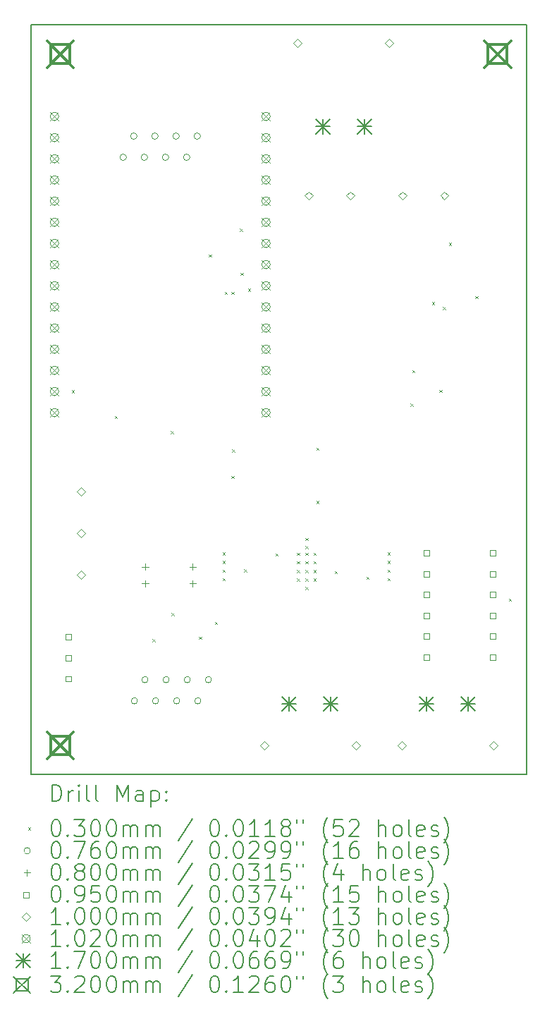
<source format=gbr>
%TF.GenerationSoftware,KiCad,Pcbnew,8.0.1-8.0.1-1~ubuntu22.04.1*%
%TF.CreationDate,2024-03-27T01:11:39-04:00*%
%TF.ProjectId,gripper_2024,67726970-7065-4725-9f32-3032342e6b69,rev?*%
%TF.SameCoordinates,Original*%
%TF.FileFunction,Drillmap*%
%TF.FilePolarity,Positive*%
%FSLAX45Y45*%
G04 Gerber Fmt 4.5, Leading zero omitted, Abs format (unit mm)*
G04 Created by KiCad (PCBNEW 8.0.1-8.0.1-1~ubuntu22.04.1) date 2024-03-27 01:11:39*
%MOMM*%
%LPD*%
G01*
G04 APERTURE LIST*
%ADD10C,0.200000*%
%ADD11C,0.100000*%
%ADD12C,0.102000*%
%ADD13C,0.170000*%
%ADD14C,0.320000*%
G04 APERTURE END LIST*
D10*
X1700000Y-1600000D02*
X7650000Y-1600000D01*
X7650000Y-10600000D01*
X1700000Y-10600000D01*
X1700000Y-1600000D01*
D11*
X2185000Y-5985000D02*
X2215000Y-6015000D01*
X2215000Y-5985000D02*
X2185000Y-6015000D01*
X2705000Y-6295000D02*
X2735000Y-6325000D01*
X2735000Y-6295000D02*
X2705000Y-6325000D01*
X3155000Y-8975000D02*
X3185000Y-9005000D01*
X3185000Y-8975000D02*
X3155000Y-9005000D01*
X3375000Y-6475000D02*
X3405000Y-6505000D01*
X3405000Y-6475000D02*
X3375000Y-6505000D01*
X3385000Y-8660000D02*
X3415000Y-8690000D01*
X3415000Y-8660000D02*
X3385000Y-8690000D01*
X3715000Y-8945000D02*
X3745000Y-8975000D01*
X3745000Y-8945000D02*
X3715000Y-8975000D01*
X3835000Y-4355000D02*
X3865000Y-4385000D01*
X3865000Y-4355000D02*
X3835000Y-4385000D01*
X3905000Y-8765000D02*
X3935000Y-8795000D01*
X3935000Y-8765000D02*
X3905000Y-8795000D01*
X4000000Y-8034500D02*
X4030000Y-8064500D01*
X4030000Y-8034500D02*
X4000000Y-8064500D01*
X4000500Y-7930000D02*
X4030500Y-7960000D01*
X4030500Y-7930000D02*
X4000500Y-7960000D01*
X4000500Y-8140000D02*
X4030500Y-8170000D01*
X4030500Y-8140000D02*
X4000500Y-8170000D01*
X4000500Y-8240000D02*
X4030500Y-8270000D01*
X4030500Y-8240000D02*
X4000500Y-8270000D01*
X4025000Y-4805000D02*
X4055000Y-4835000D01*
X4055000Y-4805000D02*
X4025000Y-4835000D01*
X4105000Y-7015000D02*
X4135000Y-7045000D01*
X4135000Y-7015000D02*
X4105000Y-7045000D01*
X4105000Y-4805000D02*
X4135000Y-4835000D01*
X4135000Y-4805000D02*
X4105000Y-4835000D01*
X4115000Y-6695000D02*
X4145000Y-6725000D01*
X4145000Y-6695000D02*
X4115000Y-6725000D01*
X4205000Y-4045000D02*
X4235000Y-4075000D01*
X4235000Y-4045000D02*
X4205000Y-4075000D01*
X4215000Y-4575000D02*
X4245000Y-4605000D01*
X4245000Y-4575000D02*
X4215000Y-4605000D01*
X4255000Y-8135000D02*
X4285000Y-8165000D01*
X4285000Y-8135000D02*
X4255000Y-8165000D01*
X4305000Y-4765000D02*
X4335000Y-4795000D01*
X4335000Y-4765000D02*
X4305000Y-4795000D01*
X4635000Y-7945000D02*
X4665000Y-7975000D01*
X4665000Y-7945000D02*
X4635000Y-7975000D01*
X4890000Y-8039500D02*
X4920000Y-8069500D01*
X4920000Y-8039500D02*
X4890000Y-8069500D01*
X4890500Y-7935000D02*
X4920500Y-7965000D01*
X4920500Y-7935000D02*
X4890500Y-7965000D01*
X4890500Y-8145000D02*
X4920500Y-8175000D01*
X4920500Y-8145000D02*
X4890500Y-8175000D01*
X4890500Y-8245000D02*
X4920500Y-8275000D01*
X4920500Y-8245000D02*
X4890500Y-8275000D01*
X4994500Y-8039500D02*
X5024500Y-8069500D01*
X5024500Y-8039500D02*
X4994500Y-8069500D01*
X4995000Y-7760000D02*
X5025000Y-7790000D01*
X5025000Y-7760000D02*
X4995000Y-7790000D01*
X4995000Y-7855000D02*
X5025000Y-7885000D01*
X5025000Y-7855000D02*
X4995000Y-7885000D01*
X4995000Y-7935000D02*
X5025000Y-7965000D01*
X5025000Y-7935000D02*
X4995000Y-7965000D01*
X4995000Y-8145000D02*
X5025000Y-8175000D01*
X5025000Y-8145000D02*
X4995000Y-8175000D01*
X4995000Y-8245000D02*
X5025000Y-8275000D01*
X5025000Y-8245000D02*
X4995000Y-8275000D01*
X4995000Y-8345000D02*
X5025000Y-8375000D01*
X5025000Y-8345000D02*
X4995000Y-8375000D01*
X5089500Y-8039500D02*
X5119500Y-8069500D01*
X5119500Y-8039500D02*
X5089500Y-8069500D01*
X5090000Y-7935000D02*
X5120000Y-7965000D01*
X5120000Y-7935000D02*
X5090000Y-7965000D01*
X5090000Y-8145000D02*
X5120000Y-8175000D01*
X5120000Y-8145000D02*
X5090000Y-8175000D01*
X5090000Y-8245000D02*
X5120000Y-8275000D01*
X5120000Y-8245000D02*
X5090000Y-8275000D01*
X5125000Y-6675000D02*
X5155000Y-6705000D01*
X5155000Y-6675000D02*
X5125000Y-6705000D01*
X5125000Y-7315000D02*
X5155000Y-7345000D01*
X5155000Y-7315000D02*
X5125000Y-7345000D01*
X5345000Y-8155000D02*
X5375000Y-8185000D01*
X5375000Y-8155000D02*
X5345000Y-8185000D01*
X5725500Y-8225000D02*
X5755500Y-8255000D01*
X5755500Y-8225000D02*
X5725500Y-8255000D01*
X5979500Y-8034500D02*
X6009500Y-8064500D01*
X6009500Y-8034500D02*
X5979500Y-8064500D01*
X5980000Y-7930000D02*
X6010000Y-7960000D01*
X6010000Y-7930000D02*
X5980000Y-7960000D01*
X5980000Y-8140000D02*
X6010000Y-8170000D01*
X6010000Y-8140000D02*
X5980000Y-8170000D01*
X5980000Y-8240000D02*
X6010000Y-8270000D01*
X6010000Y-8240000D02*
X5980000Y-8270000D01*
X6255000Y-6145000D02*
X6285000Y-6175000D01*
X6285000Y-6145000D02*
X6255000Y-6175000D01*
X6277573Y-5742426D02*
X6307573Y-5772426D01*
X6307573Y-5742426D02*
X6277573Y-5772426D01*
X6515000Y-4925000D02*
X6545000Y-4955000D01*
X6545000Y-4925000D02*
X6515000Y-4955000D01*
X6600000Y-5980000D02*
X6630000Y-6010000D01*
X6630000Y-5980000D02*
X6600000Y-6010000D01*
X6645000Y-4985000D02*
X6675000Y-5015000D01*
X6675000Y-4985000D02*
X6645000Y-5015000D01*
X6715000Y-4215000D02*
X6745000Y-4245000D01*
X6745000Y-4215000D02*
X6715000Y-4245000D01*
X7035000Y-4855000D02*
X7065000Y-4885000D01*
X7065000Y-4855000D02*
X7035000Y-4885000D01*
X7435000Y-8485000D02*
X7465000Y-8515000D01*
X7465000Y-8485000D02*
X7435000Y-8515000D01*
X2843500Y-3189000D02*
G75*
G02*
X2767500Y-3189000I-38000J0D01*
G01*
X2767500Y-3189000D02*
G75*
G02*
X2843500Y-3189000I38000J0D01*
G01*
X2970500Y-2935000D02*
G75*
G02*
X2894500Y-2935000I-38000J0D01*
G01*
X2894500Y-2935000D02*
G75*
G02*
X2970500Y-2935000I38000J0D01*
G01*
X2977250Y-9715000D02*
G75*
G02*
X2901250Y-9715000I-38000J0D01*
G01*
X2901250Y-9715000D02*
G75*
G02*
X2977250Y-9715000I38000J0D01*
G01*
X3097500Y-3189000D02*
G75*
G02*
X3021500Y-3189000I-38000J0D01*
G01*
X3021500Y-3189000D02*
G75*
G02*
X3097500Y-3189000I38000J0D01*
G01*
X3104250Y-9461000D02*
G75*
G02*
X3028250Y-9461000I-38000J0D01*
G01*
X3028250Y-9461000D02*
G75*
G02*
X3104250Y-9461000I38000J0D01*
G01*
X3224500Y-2935000D02*
G75*
G02*
X3148500Y-2935000I-38000J0D01*
G01*
X3148500Y-2935000D02*
G75*
G02*
X3224500Y-2935000I38000J0D01*
G01*
X3231250Y-9715000D02*
G75*
G02*
X3155250Y-9715000I-38000J0D01*
G01*
X3155250Y-9715000D02*
G75*
G02*
X3231250Y-9715000I38000J0D01*
G01*
X3351500Y-3189000D02*
G75*
G02*
X3275500Y-3189000I-38000J0D01*
G01*
X3275500Y-3189000D02*
G75*
G02*
X3351500Y-3189000I38000J0D01*
G01*
X3358250Y-9461000D02*
G75*
G02*
X3282250Y-9461000I-38000J0D01*
G01*
X3282250Y-9461000D02*
G75*
G02*
X3358250Y-9461000I38000J0D01*
G01*
X3478500Y-2935000D02*
G75*
G02*
X3402500Y-2935000I-38000J0D01*
G01*
X3402500Y-2935000D02*
G75*
G02*
X3478500Y-2935000I38000J0D01*
G01*
X3485250Y-9715000D02*
G75*
G02*
X3409250Y-9715000I-38000J0D01*
G01*
X3409250Y-9715000D02*
G75*
G02*
X3485250Y-9715000I38000J0D01*
G01*
X3605500Y-3189000D02*
G75*
G02*
X3529500Y-3189000I-38000J0D01*
G01*
X3529500Y-3189000D02*
G75*
G02*
X3605500Y-3189000I38000J0D01*
G01*
X3612250Y-9461000D02*
G75*
G02*
X3536250Y-9461000I-38000J0D01*
G01*
X3536250Y-9461000D02*
G75*
G02*
X3612250Y-9461000I38000J0D01*
G01*
X3732500Y-2935000D02*
G75*
G02*
X3656500Y-2935000I-38000J0D01*
G01*
X3656500Y-2935000D02*
G75*
G02*
X3732500Y-2935000I38000J0D01*
G01*
X3739250Y-9715000D02*
G75*
G02*
X3663250Y-9715000I-38000J0D01*
G01*
X3663250Y-9715000D02*
G75*
G02*
X3739250Y-9715000I38000J0D01*
G01*
X3866250Y-9461000D02*
G75*
G02*
X3790250Y-9461000I-38000J0D01*
G01*
X3790250Y-9461000D02*
G75*
G02*
X3866250Y-9461000I38000J0D01*
G01*
X3070000Y-8065511D02*
X3070000Y-8145511D01*
X3030000Y-8105511D02*
X3110000Y-8105511D01*
X3070000Y-8265511D02*
X3070000Y-8345511D01*
X3030000Y-8305511D02*
X3110000Y-8305511D01*
X3640000Y-8065511D02*
X3640000Y-8145511D01*
X3600000Y-8105511D02*
X3680000Y-8105511D01*
X3640000Y-8265511D02*
X3640000Y-8345511D01*
X3600000Y-8305511D02*
X3680000Y-8305511D01*
X2181088Y-8983588D02*
X2181088Y-8916412D01*
X2113912Y-8916412D01*
X2113912Y-8983588D01*
X2181088Y-8983588D01*
X2181088Y-9233588D02*
X2181088Y-9166412D01*
X2113912Y-9166412D01*
X2113912Y-9233588D01*
X2181088Y-9233588D01*
X2181088Y-9483588D02*
X2181088Y-9416412D01*
X2113912Y-9416412D01*
X2113912Y-9483588D01*
X2181088Y-9483588D01*
X6481088Y-7973588D02*
X6481088Y-7906412D01*
X6413912Y-7906412D01*
X6413912Y-7973588D01*
X6481088Y-7973588D01*
X6481088Y-8223588D02*
X6481088Y-8156412D01*
X6413912Y-8156412D01*
X6413912Y-8223588D01*
X6481088Y-8223588D01*
X6481088Y-8473588D02*
X6481088Y-8406412D01*
X6413912Y-8406412D01*
X6413912Y-8473588D01*
X6481088Y-8473588D01*
X6481088Y-8723588D02*
X6481088Y-8656412D01*
X6413912Y-8656412D01*
X6413912Y-8723588D01*
X6481088Y-8723588D01*
X6481088Y-8973588D02*
X6481088Y-8906412D01*
X6413912Y-8906412D01*
X6413912Y-8973588D01*
X6481088Y-8973588D01*
X6481088Y-9223588D02*
X6481088Y-9156412D01*
X6413912Y-9156412D01*
X6413912Y-9223588D01*
X6481088Y-9223588D01*
X7281088Y-7973588D02*
X7281088Y-7906412D01*
X7213912Y-7906412D01*
X7213912Y-7973588D01*
X7281088Y-7973588D01*
X7281088Y-8223588D02*
X7281088Y-8156412D01*
X7213912Y-8156412D01*
X7213912Y-8223588D01*
X7281088Y-8223588D01*
X7281088Y-8473588D02*
X7281088Y-8406412D01*
X7213912Y-8406412D01*
X7213912Y-8473588D01*
X7281088Y-8473588D01*
X7281088Y-8723588D02*
X7281088Y-8656412D01*
X7213912Y-8656412D01*
X7213912Y-8723588D01*
X7281088Y-8723588D01*
X7281088Y-8973588D02*
X7281088Y-8906412D01*
X7213912Y-8906412D01*
X7213912Y-8973588D01*
X7281088Y-8973588D01*
X7281088Y-9223588D02*
X7281088Y-9156412D01*
X7213912Y-9156412D01*
X7213912Y-9223588D01*
X7281088Y-9223588D01*
X2300000Y-7250000D02*
X2350000Y-7200000D01*
X2300000Y-7150000D01*
X2250000Y-7200000D01*
X2300000Y-7250000D01*
X2300000Y-7750000D02*
X2350000Y-7700000D01*
X2300000Y-7650000D01*
X2250000Y-7700000D01*
X2300000Y-7750000D01*
X2300000Y-8250000D02*
X2350000Y-8200000D01*
X2300000Y-8150000D01*
X2250000Y-8200000D01*
X2300000Y-8250000D01*
X4500000Y-10300000D02*
X4550000Y-10250000D01*
X4500000Y-10200000D01*
X4450000Y-10250000D01*
X4500000Y-10300000D01*
X4900000Y-1870575D02*
X4950000Y-1820575D01*
X4900000Y-1770575D01*
X4850000Y-1820575D01*
X4900000Y-1870575D01*
X5036768Y-3700000D02*
X5086768Y-3650000D01*
X5036768Y-3600000D01*
X4986768Y-3650000D01*
X5036768Y-3700000D01*
X5536768Y-3700000D02*
X5586768Y-3650000D01*
X5536768Y-3600000D01*
X5486768Y-3650000D01*
X5536768Y-3700000D01*
X5600000Y-10300000D02*
X5650000Y-10250000D01*
X5600000Y-10200000D01*
X5550000Y-10250000D01*
X5600000Y-10300000D01*
X6000000Y-1870575D02*
X6050000Y-1820575D01*
X6000000Y-1770575D01*
X5950000Y-1820575D01*
X6000000Y-1870575D01*
X6150000Y-10300000D02*
X6200000Y-10250000D01*
X6150000Y-10200000D01*
X6100000Y-10250000D01*
X6150000Y-10300000D01*
X6163232Y-3700000D02*
X6213232Y-3650000D01*
X6163232Y-3600000D01*
X6113232Y-3650000D01*
X6163232Y-3700000D01*
X6663232Y-3700000D02*
X6713232Y-3650000D01*
X6663232Y-3600000D01*
X6613232Y-3650000D01*
X6663232Y-3700000D01*
X7250000Y-10300000D02*
X7300000Y-10250000D01*
X7250000Y-10200000D01*
X7200000Y-10250000D01*
X7250000Y-10300000D01*
D12*
X1929000Y-2647500D02*
X2031000Y-2749500D01*
X2031000Y-2647500D02*
X1929000Y-2749500D01*
X2031000Y-2698500D02*
G75*
G02*
X1929000Y-2698500I-51000J0D01*
G01*
X1929000Y-2698500D02*
G75*
G02*
X2031000Y-2698500I51000J0D01*
G01*
X1929000Y-2901500D02*
X2031000Y-3003500D01*
X2031000Y-2901500D02*
X1929000Y-3003500D01*
X2031000Y-2952500D02*
G75*
G02*
X1929000Y-2952500I-51000J0D01*
G01*
X1929000Y-2952500D02*
G75*
G02*
X2031000Y-2952500I51000J0D01*
G01*
X1929000Y-3155500D02*
X2031000Y-3257500D01*
X2031000Y-3155500D02*
X1929000Y-3257500D01*
X2031000Y-3206500D02*
G75*
G02*
X1929000Y-3206500I-51000J0D01*
G01*
X1929000Y-3206500D02*
G75*
G02*
X2031000Y-3206500I51000J0D01*
G01*
X1929000Y-3409500D02*
X2031000Y-3511500D01*
X2031000Y-3409500D02*
X1929000Y-3511500D01*
X2031000Y-3460500D02*
G75*
G02*
X1929000Y-3460500I-51000J0D01*
G01*
X1929000Y-3460500D02*
G75*
G02*
X2031000Y-3460500I51000J0D01*
G01*
X1929000Y-3663500D02*
X2031000Y-3765500D01*
X2031000Y-3663500D02*
X1929000Y-3765500D01*
X2031000Y-3714500D02*
G75*
G02*
X1929000Y-3714500I-51000J0D01*
G01*
X1929000Y-3714500D02*
G75*
G02*
X2031000Y-3714500I51000J0D01*
G01*
X1929000Y-3917500D02*
X2031000Y-4019500D01*
X2031000Y-3917500D02*
X1929000Y-4019500D01*
X2031000Y-3968500D02*
G75*
G02*
X1929000Y-3968500I-51000J0D01*
G01*
X1929000Y-3968500D02*
G75*
G02*
X2031000Y-3968500I51000J0D01*
G01*
X1929000Y-4171500D02*
X2031000Y-4273500D01*
X2031000Y-4171500D02*
X1929000Y-4273500D01*
X2031000Y-4222500D02*
G75*
G02*
X1929000Y-4222500I-51000J0D01*
G01*
X1929000Y-4222500D02*
G75*
G02*
X2031000Y-4222500I51000J0D01*
G01*
X1929000Y-4425500D02*
X2031000Y-4527500D01*
X2031000Y-4425500D02*
X1929000Y-4527500D01*
X2031000Y-4476500D02*
G75*
G02*
X1929000Y-4476500I-51000J0D01*
G01*
X1929000Y-4476500D02*
G75*
G02*
X2031000Y-4476500I51000J0D01*
G01*
X1929000Y-4679500D02*
X2031000Y-4781500D01*
X2031000Y-4679500D02*
X1929000Y-4781500D01*
X2031000Y-4730500D02*
G75*
G02*
X1929000Y-4730500I-51000J0D01*
G01*
X1929000Y-4730500D02*
G75*
G02*
X2031000Y-4730500I51000J0D01*
G01*
X1929000Y-4933500D02*
X2031000Y-5035500D01*
X2031000Y-4933500D02*
X1929000Y-5035500D01*
X2031000Y-4984500D02*
G75*
G02*
X1929000Y-4984500I-51000J0D01*
G01*
X1929000Y-4984500D02*
G75*
G02*
X2031000Y-4984500I51000J0D01*
G01*
X1929000Y-5187500D02*
X2031000Y-5289500D01*
X2031000Y-5187500D02*
X1929000Y-5289500D01*
X2031000Y-5238500D02*
G75*
G02*
X1929000Y-5238500I-51000J0D01*
G01*
X1929000Y-5238500D02*
G75*
G02*
X2031000Y-5238500I51000J0D01*
G01*
X1929000Y-5441500D02*
X2031000Y-5543500D01*
X2031000Y-5441500D02*
X1929000Y-5543500D01*
X2031000Y-5492500D02*
G75*
G02*
X1929000Y-5492500I-51000J0D01*
G01*
X1929000Y-5492500D02*
G75*
G02*
X2031000Y-5492500I51000J0D01*
G01*
X1929000Y-5695500D02*
X2031000Y-5797500D01*
X2031000Y-5695500D02*
X1929000Y-5797500D01*
X2031000Y-5746500D02*
G75*
G02*
X1929000Y-5746500I-51000J0D01*
G01*
X1929000Y-5746500D02*
G75*
G02*
X2031000Y-5746500I51000J0D01*
G01*
X1929000Y-5949500D02*
X2031000Y-6051500D01*
X2031000Y-5949500D02*
X1929000Y-6051500D01*
X2031000Y-6000500D02*
G75*
G02*
X1929000Y-6000500I-51000J0D01*
G01*
X1929000Y-6000500D02*
G75*
G02*
X2031000Y-6000500I51000J0D01*
G01*
X1929000Y-6203500D02*
X2031000Y-6305500D01*
X2031000Y-6203500D02*
X1929000Y-6305500D01*
X2031000Y-6254500D02*
G75*
G02*
X1929000Y-6254500I-51000J0D01*
G01*
X1929000Y-6254500D02*
G75*
G02*
X2031000Y-6254500I51000J0D01*
G01*
X4469000Y-2647500D02*
X4571000Y-2749500D01*
X4571000Y-2647500D02*
X4469000Y-2749500D01*
X4571000Y-2698500D02*
G75*
G02*
X4469000Y-2698500I-51000J0D01*
G01*
X4469000Y-2698500D02*
G75*
G02*
X4571000Y-2698500I51000J0D01*
G01*
X4469000Y-2901500D02*
X4571000Y-3003500D01*
X4571000Y-2901500D02*
X4469000Y-3003500D01*
X4571000Y-2952500D02*
G75*
G02*
X4469000Y-2952500I-51000J0D01*
G01*
X4469000Y-2952500D02*
G75*
G02*
X4571000Y-2952500I51000J0D01*
G01*
X4469000Y-3155500D02*
X4571000Y-3257500D01*
X4571000Y-3155500D02*
X4469000Y-3257500D01*
X4571000Y-3206500D02*
G75*
G02*
X4469000Y-3206500I-51000J0D01*
G01*
X4469000Y-3206500D02*
G75*
G02*
X4571000Y-3206500I51000J0D01*
G01*
X4469000Y-3409500D02*
X4571000Y-3511500D01*
X4571000Y-3409500D02*
X4469000Y-3511500D01*
X4571000Y-3460500D02*
G75*
G02*
X4469000Y-3460500I-51000J0D01*
G01*
X4469000Y-3460500D02*
G75*
G02*
X4571000Y-3460500I51000J0D01*
G01*
X4469000Y-3663500D02*
X4571000Y-3765500D01*
X4571000Y-3663500D02*
X4469000Y-3765500D01*
X4571000Y-3714500D02*
G75*
G02*
X4469000Y-3714500I-51000J0D01*
G01*
X4469000Y-3714500D02*
G75*
G02*
X4571000Y-3714500I51000J0D01*
G01*
X4469000Y-3917500D02*
X4571000Y-4019500D01*
X4571000Y-3917500D02*
X4469000Y-4019500D01*
X4571000Y-3968500D02*
G75*
G02*
X4469000Y-3968500I-51000J0D01*
G01*
X4469000Y-3968500D02*
G75*
G02*
X4571000Y-3968500I51000J0D01*
G01*
X4469000Y-4171500D02*
X4571000Y-4273500D01*
X4571000Y-4171500D02*
X4469000Y-4273500D01*
X4571000Y-4222500D02*
G75*
G02*
X4469000Y-4222500I-51000J0D01*
G01*
X4469000Y-4222500D02*
G75*
G02*
X4571000Y-4222500I51000J0D01*
G01*
X4469000Y-4425500D02*
X4571000Y-4527500D01*
X4571000Y-4425500D02*
X4469000Y-4527500D01*
X4571000Y-4476500D02*
G75*
G02*
X4469000Y-4476500I-51000J0D01*
G01*
X4469000Y-4476500D02*
G75*
G02*
X4571000Y-4476500I51000J0D01*
G01*
X4469000Y-4679500D02*
X4571000Y-4781500D01*
X4571000Y-4679500D02*
X4469000Y-4781500D01*
X4571000Y-4730500D02*
G75*
G02*
X4469000Y-4730500I-51000J0D01*
G01*
X4469000Y-4730500D02*
G75*
G02*
X4571000Y-4730500I51000J0D01*
G01*
X4469000Y-4933500D02*
X4571000Y-5035500D01*
X4571000Y-4933500D02*
X4469000Y-5035500D01*
X4571000Y-4984500D02*
G75*
G02*
X4469000Y-4984500I-51000J0D01*
G01*
X4469000Y-4984500D02*
G75*
G02*
X4571000Y-4984500I51000J0D01*
G01*
X4469000Y-5187500D02*
X4571000Y-5289500D01*
X4571000Y-5187500D02*
X4469000Y-5289500D01*
X4571000Y-5238500D02*
G75*
G02*
X4469000Y-5238500I-51000J0D01*
G01*
X4469000Y-5238500D02*
G75*
G02*
X4571000Y-5238500I51000J0D01*
G01*
X4469000Y-5441500D02*
X4571000Y-5543500D01*
X4571000Y-5441500D02*
X4469000Y-5543500D01*
X4571000Y-5492500D02*
G75*
G02*
X4469000Y-5492500I-51000J0D01*
G01*
X4469000Y-5492500D02*
G75*
G02*
X4571000Y-5492500I51000J0D01*
G01*
X4469000Y-5695500D02*
X4571000Y-5797500D01*
X4571000Y-5695500D02*
X4469000Y-5797500D01*
X4571000Y-5746500D02*
G75*
G02*
X4469000Y-5746500I-51000J0D01*
G01*
X4469000Y-5746500D02*
G75*
G02*
X4571000Y-5746500I51000J0D01*
G01*
X4469000Y-5949500D02*
X4571000Y-6051500D01*
X4571000Y-5949500D02*
X4469000Y-6051500D01*
X4571000Y-6000500D02*
G75*
G02*
X4469000Y-6000500I-51000J0D01*
G01*
X4469000Y-6000500D02*
G75*
G02*
X4571000Y-6000500I51000J0D01*
G01*
X4469000Y-6203500D02*
X4571000Y-6305500D01*
X4571000Y-6203500D02*
X4469000Y-6305500D01*
X4571000Y-6254500D02*
G75*
G02*
X4469000Y-6254500I-51000J0D01*
G01*
X4469000Y-6254500D02*
G75*
G02*
X4571000Y-6254500I51000J0D01*
G01*
D13*
X4715000Y-9665000D02*
X4885000Y-9835000D01*
X4885000Y-9665000D02*
X4715000Y-9835000D01*
X4800000Y-9665000D02*
X4800000Y-9835000D01*
X4715000Y-9750000D02*
X4885000Y-9750000D01*
X5115000Y-2735575D02*
X5285000Y-2905575D01*
X5285000Y-2735575D02*
X5115000Y-2905575D01*
X5200000Y-2735575D02*
X5200000Y-2905575D01*
X5115000Y-2820575D02*
X5285000Y-2820575D01*
X5215000Y-9665000D02*
X5385000Y-9835000D01*
X5385000Y-9665000D02*
X5215000Y-9835000D01*
X5300000Y-9665000D02*
X5300000Y-9835000D01*
X5215000Y-9750000D02*
X5385000Y-9750000D01*
X5615000Y-2735575D02*
X5785000Y-2905575D01*
X5785000Y-2735575D02*
X5615000Y-2905575D01*
X5700000Y-2735575D02*
X5700000Y-2905575D01*
X5615000Y-2820575D02*
X5785000Y-2820575D01*
X6365000Y-9665000D02*
X6535000Y-9835000D01*
X6535000Y-9665000D02*
X6365000Y-9835000D01*
X6450000Y-9665000D02*
X6450000Y-9835000D01*
X6365000Y-9750000D02*
X6535000Y-9750000D01*
X6865000Y-9665000D02*
X7035000Y-9835000D01*
X7035000Y-9665000D02*
X6865000Y-9835000D01*
X6950000Y-9665000D02*
X6950000Y-9835000D01*
X6865000Y-9750000D02*
X7035000Y-9750000D01*
D14*
X1890000Y-1790000D02*
X2210000Y-2110000D01*
X2210000Y-1790000D02*
X1890000Y-2110000D01*
X2163138Y-2063138D02*
X2163138Y-1836862D01*
X1936862Y-1836862D01*
X1936862Y-2063138D01*
X2163138Y-2063138D01*
X1890000Y-10090000D02*
X2210000Y-10410000D01*
X2210000Y-10090000D02*
X1890000Y-10410000D01*
X2163138Y-10363138D02*
X2163138Y-10136862D01*
X1936862Y-10136862D01*
X1936862Y-10363138D01*
X2163138Y-10363138D01*
X7140000Y-1790000D02*
X7460000Y-2110000D01*
X7460000Y-1790000D02*
X7140000Y-2110000D01*
X7413138Y-2063138D02*
X7413138Y-1836862D01*
X7186862Y-1836862D01*
X7186862Y-2063138D01*
X7413138Y-2063138D01*
D10*
X1950777Y-10921484D02*
X1950777Y-10721484D01*
X1950777Y-10721484D02*
X1998396Y-10721484D01*
X1998396Y-10721484D02*
X2026967Y-10731008D01*
X2026967Y-10731008D02*
X2046015Y-10750055D01*
X2046015Y-10750055D02*
X2055539Y-10769103D01*
X2055539Y-10769103D02*
X2065062Y-10807198D01*
X2065062Y-10807198D02*
X2065062Y-10835770D01*
X2065062Y-10835770D02*
X2055539Y-10873865D01*
X2055539Y-10873865D02*
X2046015Y-10892912D01*
X2046015Y-10892912D02*
X2026967Y-10911960D01*
X2026967Y-10911960D02*
X1998396Y-10921484D01*
X1998396Y-10921484D02*
X1950777Y-10921484D01*
X2150777Y-10921484D02*
X2150777Y-10788150D01*
X2150777Y-10826246D02*
X2160301Y-10807198D01*
X2160301Y-10807198D02*
X2169824Y-10797674D01*
X2169824Y-10797674D02*
X2188872Y-10788150D01*
X2188872Y-10788150D02*
X2207920Y-10788150D01*
X2274586Y-10921484D02*
X2274586Y-10788150D01*
X2274586Y-10721484D02*
X2265063Y-10731008D01*
X2265063Y-10731008D02*
X2274586Y-10740531D01*
X2274586Y-10740531D02*
X2284110Y-10731008D01*
X2284110Y-10731008D02*
X2274586Y-10721484D01*
X2274586Y-10721484D02*
X2274586Y-10740531D01*
X2398396Y-10921484D02*
X2379348Y-10911960D01*
X2379348Y-10911960D02*
X2369824Y-10892912D01*
X2369824Y-10892912D02*
X2369824Y-10721484D01*
X2503158Y-10921484D02*
X2484110Y-10911960D01*
X2484110Y-10911960D02*
X2474586Y-10892912D01*
X2474586Y-10892912D02*
X2474586Y-10721484D01*
X2731729Y-10921484D02*
X2731729Y-10721484D01*
X2731729Y-10721484D02*
X2798396Y-10864341D01*
X2798396Y-10864341D02*
X2865062Y-10721484D01*
X2865062Y-10721484D02*
X2865062Y-10921484D01*
X3046015Y-10921484D02*
X3046015Y-10816722D01*
X3046015Y-10816722D02*
X3036491Y-10797674D01*
X3036491Y-10797674D02*
X3017443Y-10788150D01*
X3017443Y-10788150D02*
X2979348Y-10788150D01*
X2979348Y-10788150D02*
X2960301Y-10797674D01*
X3046015Y-10911960D02*
X3026967Y-10921484D01*
X3026967Y-10921484D02*
X2979348Y-10921484D01*
X2979348Y-10921484D02*
X2960301Y-10911960D01*
X2960301Y-10911960D02*
X2950777Y-10892912D01*
X2950777Y-10892912D02*
X2950777Y-10873865D01*
X2950777Y-10873865D02*
X2960301Y-10854817D01*
X2960301Y-10854817D02*
X2979348Y-10845293D01*
X2979348Y-10845293D02*
X3026967Y-10845293D01*
X3026967Y-10845293D02*
X3046015Y-10835770D01*
X3141253Y-10788150D02*
X3141253Y-10988150D01*
X3141253Y-10797674D02*
X3160301Y-10788150D01*
X3160301Y-10788150D02*
X3198396Y-10788150D01*
X3198396Y-10788150D02*
X3217443Y-10797674D01*
X3217443Y-10797674D02*
X3226967Y-10807198D01*
X3226967Y-10807198D02*
X3236491Y-10826246D01*
X3236491Y-10826246D02*
X3236491Y-10883389D01*
X3236491Y-10883389D02*
X3226967Y-10902436D01*
X3226967Y-10902436D02*
X3217443Y-10911960D01*
X3217443Y-10911960D02*
X3198396Y-10921484D01*
X3198396Y-10921484D02*
X3160301Y-10921484D01*
X3160301Y-10921484D02*
X3141253Y-10911960D01*
X3322205Y-10902436D02*
X3331729Y-10911960D01*
X3331729Y-10911960D02*
X3322205Y-10921484D01*
X3322205Y-10921484D02*
X3312682Y-10911960D01*
X3312682Y-10911960D02*
X3322205Y-10902436D01*
X3322205Y-10902436D02*
X3322205Y-10921484D01*
X3322205Y-10797674D02*
X3331729Y-10807198D01*
X3331729Y-10807198D02*
X3322205Y-10816722D01*
X3322205Y-10816722D02*
X3312682Y-10807198D01*
X3312682Y-10807198D02*
X3322205Y-10797674D01*
X3322205Y-10797674D02*
X3322205Y-10816722D01*
D11*
X1660000Y-11235000D02*
X1690000Y-11265000D01*
X1690000Y-11235000D02*
X1660000Y-11265000D01*
D10*
X1988872Y-11141484D02*
X2007920Y-11141484D01*
X2007920Y-11141484D02*
X2026967Y-11151008D01*
X2026967Y-11151008D02*
X2036491Y-11160531D01*
X2036491Y-11160531D02*
X2046015Y-11179579D01*
X2046015Y-11179579D02*
X2055539Y-11217674D01*
X2055539Y-11217674D02*
X2055539Y-11265293D01*
X2055539Y-11265293D02*
X2046015Y-11303388D01*
X2046015Y-11303388D02*
X2036491Y-11322436D01*
X2036491Y-11322436D02*
X2026967Y-11331960D01*
X2026967Y-11331960D02*
X2007920Y-11341484D01*
X2007920Y-11341484D02*
X1988872Y-11341484D01*
X1988872Y-11341484D02*
X1969824Y-11331960D01*
X1969824Y-11331960D02*
X1960301Y-11322436D01*
X1960301Y-11322436D02*
X1950777Y-11303388D01*
X1950777Y-11303388D02*
X1941253Y-11265293D01*
X1941253Y-11265293D02*
X1941253Y-11217674D01*
X1941253Y-11217674D02*
X1950777Y-11179579D01*
X1950777Y-11179579D02*
X1960301Y-11160531D01*
X1960301Y-11160531D02*
X1969824Y-11151008D01*
X1969824Y-11151008D02*
X1988872Y-11141484D01*
X2141253Y-11322436D02*
X2150777Y-11331960D01*
X2150777Y-11331960D02*
X2141253Y-11341484D01*
X2141253Y-11341484D02*
X2131729Y-11331960D01*
X2131729Y-11331960D02*
X2141253Y-11322436D01*
X2141253Y-11322436D02*
X2141253Y-11341484D01*
X2217444Y-11141484D02*
X2341253Y-11141484D01*
X2341253Y-11141484D02*
X2274586Y-11217674D01*
X2274586Y-11217674D02*
X2303158Y-11217674D01*
X2303158Y-11217674D02*
X2322205Y-11227198D01*
X2322205Y-11227198D02*
X2331729Y-11236722D01*
X2331729Y-11236722D02*
X2341253Y-11255769D01*
X2341253Y-11255769D02*
X2341253Y-11303388D01*
X2341253Y-11303388D02*
X2331729Y-11322436D01*
X2331729Y-11322436D02*
X2322205Y-11331960D01*
X2322205Y-11331960D02*
X2303158Y-11341484D01*
X2303158Y-11341484D02*
X2246015Y-11341484D01*
X2246015Y-11341484D02*
X2226967Y-11331960D01*
X2226967Y-11331960D02*
X2217444Y-11322436D01*
X2465063Y-11141484D02*
X2484110Y-11141484D01*
X2484110Y-11141484D02*
X2503158Y-11151008D01*
X2503158Y-11151008D02*
X2512682Y-11160531D01*
X2512682Y-11160531D02*
X2522205Y-11179579D01*
X2522205Y-11179579D02*
X2531729Y-11217674D01*
X2531729Y-11217674D02*
X2531729Y-11265293D01*
X2531729Y-11265293D02*
X2522205Y-11303388D01*
X2522205Y-11303388D02*
X2512682Y-11322436D01*
X2512682Y-11322436D02*
X2503158Y-11331960D01*
X2503158Y-11331960D02*
X2484110Y-11341484D01*
X2484110Y-11341484D02*
X2465063Y-11341484D01*
X2465063Y-11341484D02*
X2446015Y-11331960D01*
X2446015Y-11331960D02*
X2436491Y-11322436D01*
X2436491Y-11322436D02*
X2426967Y-11303388D01*
X2426967Y-11303388D02*
X2417444Y-11265293D01*
X2417444Y-11265293D02*
X2417444Y-11217674D01*
X2417444Y-11217674D02*
X2426967Y-11179579D01*
X2426967Y-11179579D02*
X2436491Y-11160531D01*
X2436491Y-11160531D02*
X2446015Y-11151008D01*
X2446015Y-11151008D02*
X2465063Y-11141484D01*
X2655539Y-11141484D02*
X2674586Y-11141484D01*
X2674586Y-11141484D02*
X2693634Y-11151008D01*
X2693634Y-11151008D02*
X2703158Y-11160531D01*
X2703158Y-11160531D02*
X2712682Y-11179579D01*
X2712682Y-11179579D02*
X2722205Y-11217674D01*
X2722205Y-11217674D02*
X2722205Y-11265293D01*
X2722205Y-11265293D02*
X2712682Y-11303388D01*
X2712682Y-11303388D02*
X2703158Y-11322436D01*
X2703158Y-11322436D02*
X2693634Y-11331960D01*
X2693634Y-11331960D02*
X2674586Y-11341484D01*
X2674586Y-11341484D02*
X2655539Y-11341484D01*
X2655539Y-11341484D02*
X2636491Y-11331960D01*
X2636491Y-11331960D02*
X2626967Y-11322436D01*
X2626967Y-11322436D02*
X2617444Y-11303388D01*
X2617444Y-11303388D02*
X2607920Y-11265293D01*
X2607920Y-11265293D02*
X2607920Y-11217674D01*
X2607920Y-11217674D02*
X2617444Y-11179579D01*
X2617444Y-11179579D02*
X2626967Y-11160531D01*
X2626967Y-11160531D02*
X2636491Y-11151008D01*
X2636491Y-11151008D02*
X2655539Y-11141484D01*
X2807920Y-11341484D02*
X2807920Y-11208150D01*
X2807920Y-11227198D02*
X2817443Y-11217674D01*
X2817443Y-11217674D02*
X2836491Y-11208150D01*
X2836491Y-11208150D02*
X2865063Y-11208150D01*
X2865063Y-11208150D02*
X2884110Y-11217674D01*
X2884110Y-11217674D02*
X2893634Y-11236722D01*
X2893634Y-11236722D02*
X2893634Y-11341484D01*
X2893634Y-11236722D02*
X2903158Y-11217674D01*
X2903158Y-11217674D02*
X2922205Y-11208150D01*
X2922205Y-11208150D02*
X2950777Y-11208150D01*
X2950777Y-11208150D02*
X2969824Y-11217674D01*
X2969824Y-11217674D02*
X2979348Y-11236722D01*
X2979348Y-11236722D02*
X2979348Y-11341484D01*
X3074586Y-11341484D02*
X3074586Y-11208150D01*
X3074586Y-11227198D02*
X3084110Y-11217674D01*
X3084110Y-11217674D02*
X3103158Y-11208150D01*
X3103158Y-11208150D02*
X3131729Y-11208150D01*
X3131729Y-11208150D02*
X3150777Y-11217674D01*
X3150777Y-11217674D02*
X3160301Y-11236722D01*
X3160301Y-11236722D02*
X3160301Y-11341484D01*
X3160301Y-11236722D02*
X3169824Y-11217674D01*
X3169824Y-11217674D02*
X3188872Y-11208150D01*
X3188872Y-11208150D02*
X3217443Y-11208150D01*
X3217443Y-11208150D02*
X3236491Y-11217674D01*
X3236491Y-11217674D02*
X3246015Y-11236722D01*
X3246015Y-11236722D02*
X3246015Y-11341484D01*
X3636491Y-11131960D02*
X3465063Y-11389103D01*
X3893634Y-11141484D02*
X3912682Y-11141484D01*
X3912682Y-11141484D02*
X3931729Y-11151008D01*
X3931729Y-11151008D02*
X3941253Y-11160531D01*
X3941253Y-11160531D02*
X3950777Y-11179579D01*
X3950777Y-11179579D02*
X3960301Y-11217674D01*
X3960301Y-11217674D02*
X3960301Y-11265293D01*
X3960301Y-11265293D02*
X3950777Y-11303388D01*
X3950777Y-11303388D02*
X3941253Y-11322436D01*
X3941253Y-11322436D02*
X3931729Y-11331960D01*
X3931729Y-11331960D02*
X3912682Y-11341484D01*
X3912682Y-11341484D02*
X3893634Y-11341484D01*
X3893634Y-11341484D02*
X3874586Y-11331960D01*
X3874586Y-11331960D02*
X3865063Y-11322436D01*
X3865063Y-11322436D02*
X3855539Y-11303388D01*
X3855539Y-11303388D02*
X3846015Y-11265293D01*
X3846015Y-11265293D02*
X3846015Y-11217674D01*
X3846015Y-11217674D02*
X3855539Y-11179579D01*
X3855539Y-11179579D02*
X3865063Y-11160531D01*
X3865063Y-11160531D02*
X3874586Y-11151008D01*
X3874586Y-11151008D02*
X3893634Y-11141484D01*
X4046015Y-11322436D02*
X4055539Y-11331960D01*
X4055539Y-11331960D02*
X4046015Y-11341484D01*
X4046015Y-11341484D02*
X4036491Y-11331960D01*
X4036491Y-11331960D02*
X4046015Y-11322436D01*
X4046015Y-11322436D02*
X4046015Y-11341484D01*
X4179348Y-11141484D02*
X4198396Y-11141484D01*
X4198396Y-11141484D02*
X4217444Y-11151008D01*
X4217444Y-11151008D02*
X4226968Y-11160531D01*
X4226968Y-11160531D02*
X4236491Y-11179579D01*
X4236491Y-11179579D02*
X4246015Y-11217674D01*
X4246015Y-11217674D02*
X4246015Y-11265293D01*
X4246015Y-11265293D02*
X4236491Y-11303388D01*
X4236491Y-11303388D02*
X4226968Y-11322436D01*
X4226968Y-11322436D02*
X4217444Y-11331960D01*
X4217444Y-11331960D02*
X4198396Y-11341484D01*
X4198396Y-11341484D02*
X4179348Y-11341484D01*
X4179348Y-11341484D02*
X4160301Y-11331960D01*
X4160301Y-11331960D02*
X4150777Y-11322436D01*
X4150777Y-11322436D02*
X4141253Y-11303388D01*
X4141253Y-11303388D02*
X4131729Y-11265293D01*
X4131729Y-11265293D02*
X4131729Y-11217674D01*
X4131729Y-11217674D02*
X4141253Y-11179579D01*
X4141253Y-11179579D02*
X4150777Y-11160531D01*
X4150777Y-11160531D02*
X4160301Y-11151008D01*
X4160301Y-11151008D02*
X4179348Y-11141484D01*
X4436491Y-11341484D02*
X4322206Y-11341484D01*
X4379348Y-11341484D02*
X4379348Y-11141484D01*
X4379348Y-11141484D02*
X4360301Y-11170055D01*
X4360301Y-11170055D02*
X4341253Y-11189103D01*
X4341253Y-11189103D02*
X4322206Y-11198627D01*
X4626968Y-11341484D02*
X4512682Y-11341484D01*
X4569825Y-11341484D02*
X4569825Y-11141484D01*
X4569825Y-11141484D02*
X4550777Y-11170055D01*
X4550777Y-11170055D02*
X4531729Y-11189103D01*
X4531729Y-11189103D02*
X4512682Y-11198627D01*
X4741253Y-11227198D02*
X4722206Y-11217674D01*
X4722206Y-11217674D02*
X4712682Y-11208150D01*
X4712682Y-11208150D02*
X4703158Y-11189103D01*
X4703158Y-11189103D02*
X4703158Y-11179579D01*
X4703158Y-11179579D02*
X4712682Y-11160531D01*
X4712682Y-11160531D02*
X4722206Y-11151008D01*
X4722206Y-11151008D02*
X4741253Y-11141484D01*
X4741253Y-11141484D02*
X4779349Y-11141484D01*
X4779349Y-11141484D02*
X4798396Y-11151008D01*
X4798396Y-11151008D02*
X4807920Y-11160531D01*
X4807920Y-11160531D02*
X4817444Y-11179579D01*
X4817444Y-11179579D02*
X4817444Y-11189103D01*
X4817444Y-11189103D02*
X4807920Y-11208150D01*
X4807920Y-11208150D02*
X4798396Y-11217674D01*
X4798396Y-11217674D02*
X4779349Y-11227198D01*
X4779349Y-11227198D02*
X4741253Y-11227198D01*
X4741253Y-11227198D02*
X4722206Y-11236722D01*
X4722206Y-11236722D02*
X4712682Y-11246246D01*
X4712682Y-11246246D02*
X4703158Y-11265293D01*
X4703158Y-11265293D02*
X4703158Y-11303388D01*
X4703158Y-11303388D02*
X4712682Y-11322436D01*
X4712682Y-11322436D02*
X4722206Y-11331960D01*
X4722206Y-11331960D02*
X4741253Y-11341484D01*
X4741253Y-11341484D02*
X4779349Y-11341484D01*
X4779349Y-11341484D02*
X4798396Y-11331960D01*
X4798396Y-11331960D02*
X4807920Y-11322436D01*
X4807920Y-11322436D02*
X4817444Y-11303388D01*
X4817444Y-11303388D02*
X4817444Y-11265293D01*
X4817444Y-11265293D02*
X4807920Y-11246246D01*
X4807920Y-11246246D02*
X4798396Y-11236722D01*
X4798396Y-11236722D02*
X4779349Y-11227198D01*
X4893634Y-11141484D02*
X4893634Y-11179579D01*
X4969825Y-11141484D02*
X4969825Y-11179579D01*
X5265063Y-11417674D02*
X5255539Y-11408150D01*
X5255539Y-11408150D02*
X5236491Y-11379579D01*
X5236491Y-11379579D02*
X5226968Y-11360531D01*
X5226968Y-11360531D02*
X5217444Y-11331960D01*
X5217444Y-11331960D02*
X5207920Y-11284341D01*
X5207920Y-11284341D02*
X5207920Y-11246246D01*
X5207920Y-11246246D02*
X5217444Y-11198627D01*
X5217444Y-11198627D02*
X5226968Y-11170055D01*
X5226968Y-11170055D02*
X5236491Y-11151008D01*
X5236491Y-11151008D02*
X5255539Y-11122436D01*
X5255539Y-11122436D02*
X5265063Y-11112912D01*
X5436491Y-11141484D02*
X5341253Y-11141484D01*
X5341253Y-11141484D02*
X5331730Y-11236722D01*
X5331730Y-11236722D02*
X5341253Y-11227198D01*
X5341253Y-11227198D02*
X5360301Y-11217674D01*
X5360301Y-11217674D02*
X5407920Y-11217674D01*
X5407920Y-11217674D02*
X5426968Y-11227198D01*
X5426968Y-11227198D02*
X5436491Y-11236722D01*
X5436491Y-11236722D02*
X5446015Y-11255769D01*
X5446015Y-11255769D02*
X5446015Y-11303388D01*
X5446015Y-11303388D02*
X5436491Y-11322436D01*
X5436491Y-11322436D02*
X5426968Y-11331960D01*
X5426968Y-11331960D02*
X5407920Y-11341484D01*
X5407920Y-11341484D02*
X5360301Y-11341484D01*
X5360301Y-11341484D02*
X5341253Y-11331960D01*
X5341253Y-11331960D02*
X5331730Y-11322436D01*
X5522206Y-11160531D02*
X5531730Y-11151008D01*
X5531730Y-11151008D02*
X5550777Y-11141484D01*
X5550777Y-11141484D02*
X5598396Y-11141484D01*
X5598396Y-11141484D02*
X5617444Y-11151008D01*
X5617444Y-11151008D02*
X5626968Y-11160531D01*
X5626968Y-11160531D02*
X5636491Y-11179579D01*
X5636491Y-11179579D02*
X5636491Y-11198627D01*
X5636491Y-11198627D02*
X5626968Y-11227198D01*
X5626968Y-11227198D02*
X5512682Y-11341484D01*
X5512682Y-11341484D02*
X5636491Y-11341484D01*
X5874587Y-11341484D02*
X5874587Y-11141484D01*
X5960301Y-11341484D02*
X5960301Y-11236722D01*
X5960301Y-11236722D02*
X5950777Y-11217674D01*
X5950777Y-11217674D02*
X5931730Y-11208150D01*
X5931730Y-11208150D02*
X5903158Y-11208150D01*
X5903158Y-11208150D02*
X5884110Y-11217674D01*
X5884110Y-11217674D02*
X5874587Y-11227198D01*
X6084110Y-11341484D02*
X6065063Y-11331960D01*
X6065063Y-11331960D02*
X6055539Y-11322436D01*
X6055539Y-11322436D02*
X6046015Y-11303388D01*
X6046015Y-11303388D02*
X6046015Y-11246246D01*
X6046015Y-11246246D02*
X6055539Y-11227198D01*
X6055539Y-11227198D02*
X6065063Y-11217674D01*
X6065063Y-11217674D02*
X6084110Y-11208150D01*
X6084110Y-11208150D02*
X6112682Y-11208150D01*
X6112682Y-11208150D02*
X6131730Y-11217674D01*
X6131730Y-11217674D02*
X6141253Y-11227198D01*
X6141253Y-11227198D02*
X6150777Y-11246246D01*
X6150777Y-11246246D02*
X6150777Y-11303388D01*
X6150777Y-11303388D02*
X6141253Y-11322436D01*
X6141253Y-11322436D02*
X6131730Y-11331960D01*
X6131730Y-11331960D02*
X6112682Y-11341484D01*
X6112682Y-11341484D02*
X6084110Y-11341484D01*
X6265063Y-11341484D02*
X6246015Y-11331960D01*
X6246015Y-11331960D02*
X6236491Y-11312912D01*
X6236491Y-11312912D02*
X6236491Y-11141484D01*
X6417444Y-11331960D02*
X6398396Y-11341484D01*
X6398396Y-11341484D02*
X6360301Y-11341484D01*
X6360301Y-11341484D02*
X6341253Y-11331960D01*
X6341253Y-11331960D02*
X6331730Y-11312912D01*
X6331730Y-11312912D02*
X6331730Y-11236722D01*
X6331730Y-11236722D02*
X6341253Y-11217674D01*
X6341253Y-11217674D02*
X6360301Y-11208150D01*
X6360301Y-11208150D02*
X6398396Y-11208150D01*
X6398396Y-11208150D02*
X6417444Y-11217674D01*
X6417444Y-11217674D02*
X6426968Y-11236722D01*
X6426968Y-11236722D02*
X6426968Y-11255769D01*
X6426968Y-11255769D02*
X6331730Y-11274817D01*
X6503158Y-11331960D02*
X6522206Y-11341484D01*
X6522206Y-11341484D02*
X6560301Y-11341484D01*
X6560301Y-11341484D02*
X6579349Y-11331960D01*
X6579349Y-11331960D02*
X6588872Y-11312912D01*
X6588872Y-11312912D02*
X6588872Y-11303388D01*
X6588872Y-11303388D02*
X6579349Y-11284341D01*
X6579349Y-11284341D02*
X6560301Y-11274817D01*
X6560301Y-11274817D02*
X6531730Y-11274817D01*
X6531730Y-11274817D02*
X6512682Y-11265293D01*
X6512682Y-11265293D02*
X6503158Y-11246246D01*
X6503158Y-11246246D02*
X6503158Y-11236722D01*
X6503158Y-11236722D02*
X6512682Y-11217674D01*
X6512682Y-11217674D02*
X6531730Y-11208150D01*
X6531730Y-11208150D02*
X6560301Y-11208150D01*
X6560301Y-11208150D02*
X6579349Y-11217674D01*
X6655539Y-11417674D02*
X6665063Y-11408150D01*
X6665063Y-11408150D02*
X6684111Y-11379579D01*
X6684111Y-11379579D02*
X6693634Y-11360531D01*
X6693634Y-11360531D02*
X6703158Y-11331960D01*
X6703158Y-11331960D02*
X6712682Y-11284341D01*
X6712682Y-11284341D02*
X6712682Y-11246246D01*
X6712682Y-11246246D02*
X6703158Y-11198627D01*
X6703158Y-11198627D02*
X6693634Y-11170055D01*
X6693634Y-11170055D02*
X6684111Y-11151008D01*
X6684111Y-11151008D02*
X6665063Y-11122436D01*
X6665063Y-11122436D02*
X6655539Y-11112912D01*
D11*
X1690000Y-11514000D02*
G75*
G02*
X1614000Y-11514000I-38000J0D01*
G01*
X1614000Y-11514000D02*
G75*
G02*
X1690000Y-11514000I38000J0D01*
G01*
D10*
X1988872Y-11405484D02*
X2007920Y-11405484D01*
X2007920Y-11405484D02*
X2026967Y-11415008D01*
X2026967Y-11415008D02*
X2036491Y-11424531D01*
X2036491Y-11424531D02*
X2046015Y-11443579D01*
X2046015Y-11443579D02*
X2055539Y-11481674D01*
X2055539Y-11481674D02*
X2055539Y-11529293D01*
X2055539Y-11529293D02*
X2046015Y-11567388D01*
X2046015Y-11567388D02*
X2036491Y-11586436D01*
X2036491Y-11586436D02*
X2026967Y-11595960D01*
X2026967Y-11595960D02*
X2007920Y-11605484D01*
X2007920Y-11605484D02*
X1988872Y-11605484D01*
X1988872Y-11605484D02*
X1969824Y-11595960D01*
X1969824Y-11595960D02*
X1960301Y-11586436D01*
X1960301Y-11586436D02*
X1950777Y-11567388D01*
X1950777Y-11567388D02*
X1941253Y-11529293D01*
X1941253Y-11529293D02*
X1941253Y-11481674D01*
X1941253Y-11481674D02*
X1950777Y-11443579D01*
X1950777Y-11443579D02*
X1960301Y-11424531D01*
X1960301Y-11424531D02*
X1969824Y-11415008D01*
X1969824Y-11415008D02*
X1988872Y-11405484D01*
X2141253Y-11586436D02*
X2150777Y-11595960D01*
X2150777Y-11595960D02*
X2141253Y-11605484D01*
X2141253Y-11605484D02*
X2131729Y-11595960D01*
X2131729Y-11595960D02*
X2141253Y-11586436D01*
X2141253Y-11586436D02*
X2141253Y-11605484D01*
X2217444Y-11405484D02*
X2350777Y-11405484D01*
X2350777Y-11405484D02*
X2265063Y-11605484D01*
X2512682Y-11405484D02*
X2474586Y-11405484D01*
X2474586Y-11405484D02*
X2455539Y-11415008D01*
X2455539Y-11415008D02*
X2446015Y-11424531D01*
X2446015Y-11424531D02*
X2426967Y-11453103D01*
X2426967Y-11453103D02*
X2417444Y-11491198D01*
X2417444Y-11491198D02*
X2417444Y-11567388D01*
X2417444Y-11567388D02*
X2426967Y-11586436D01*
X2426967Y-11586436D02*
X2436491Y-11595960D01*
X2436491Y-11595960D02*
X2455539Y-11605484D01*
X2455539Y-11605484D02*
X2493634Y-11605484D01*
X2493634Y-11605484D02*
X2512682Y-11595960D01*
X2512682Y-11595960D02*
X2522205Y-11586436D01*
X2522205Y-11586436D02*
X2531729Y-11567388D01*
X2531729Y-11567388D02*
X2531729Y-11519769D01*
X2531729Y-11519769D02*
X2522205Y-11500722D01*
X2522205Y-11500722D02*
X2512682Y-11491198D01*
X2512682Y-11491198D02*
X2493634Y-11481674D01*
X2493634Y-11481674D02*
X2455539Y-11481674D01*
X2455539Y-11481674D02*
X2436491Y-11491198D01*
X2436491Y-11491198D02*
X2426967Y-11500722D01*
X2426967Y-11500722D02*
X2417444Y-11519769D01*
X2655539Y-11405484D02*
X2674586Y-11405484D01*
X2674586Y-11405484D02*
X2693634Y-11415008D01*
X2693634Y-11415008D02*
X2703158Y-11424531D01*
X2703158Y-11424531D02*
X2712682Y-11443579D01*
X2712682Y-11443579D02*
X2722205Y-11481674D01*
X2722205Y-11481674D02*
X2722205Y-11529293D01*
X2722205Y-11529293D02*
X2712682Y-11567388D01*
X2712682Y-11567388D02*
X2703158Y-11586436D01*
X2703158Y-11586436D02*
X2693634Y-11595960D01*
X2693634Y-11595960D02*
X2674586Y-11605484D01*
X2674586Y-11605484D02*
X2655539Y-11605484D01*
X2655539Y-11605484D02*
X2636491Y-11595960D01*
X2636491Y-11595960D02*
X2626967Y-11586436D01*
X2626967Y-11586436D02*
X2617444Y-11567388D01*
X2617444Y-11567388D02*
X2607920Y-11529293D01*
X2607920Y-11529293D02*
X2607920Y-11481674D01*
X2607920Y-11481674D02*
X2617444Y-11443579D01*
X2617444Y-11443579D02*
X2626967Y-11424531D01*
X2626967Y-11424531D02*
X2636491Y-11415008D01*
X2636491Y-11415008D02*
X2655539Y-11405484D01*
X2807920Y-11605484D02*
X2807920Y-11472150D01*
X2807920Y-11491198D02*
X2817443Y-11481674D01*
X2817443Y-11481674D02*
X2836491Y-11472150D01*
X2836491Y-11472150D02*
X2865063Y-11472150D01*
X2865063Y-11472150D02*
X2884110Y-11481674D01*
X2884110Y-11481674D02*
X2893634Y-11500722D01*
X2893634Y-11500722D02*
X2893634Y-11605484D01*
X2893634Y-11500722D02*
X2903158Y-11481674D01*
X2903158Y-11481674D02*
X2922205Y-11472150D01*
X2922205Y-11472150D02*
X2950777Y-11472150D01*
X2950777Y-11472150D02*
X2969824Y-11481674D01*
X2969824Y-11481674D02*
X2979348Y-11500722D01*
X2979348Y-11500722D02*
X2979348Y-11605484D01*
X3074586Y-11605484D02*
X3074586Y-11472150D01*
X3074586Y-11491198D02*
X3084110Y-11481674D01*
X3084110Y-11481674D02*
X3103158Y-11472150D01*
X3103158Y-11472150D02*
X3131729Y-11472150D01*
X3131729Y-11472150D02*
X3150777Y-11481674D01*
X3150777Y-11481674D02*
X3160301Y-11500722D01*
X3160301Y-11500722D02*
X3160301Y-11605484D01*
X3160301Y-11500722D02*
X3169824Y-11481674D01*
X3169824Y-11481674D02*
X3188872Y-11472150D01*
X3188872Y-11472150D02*
X3217443Y-11472150D01*
X3217443Y-11472150D02*
X3236491Y-11481674D01*
X3236491Y-11481674D02*
X3246015Y-11500722D01*
X3246015Y-11500722D02*
X3246015Y-11605484D01*
X3636491Y-11395960D02*
X3465063Y-11653103D01*
X3893634Y-11405484D02*
X3912682Y-11405484D01*
X3912682Y-11405484D02*
X3931729Y-11415008D01*
X3931729Y-11415008D02*
X3941253Y-11424531D01*
X3941253Y-11424531D02*
X3950777Y-11443579D01*
X3950777Y-11443579D02*
X3960301Y-11481674D01*
X3960301Y-11481674D02*
X3960301Y-11529293D01*
X3960301Y-11529293D02*
X3950777Y-11567388D01*
X3950777Y-11567388D02*
X3941253Y-11586436D01*
X3941253Y-11586436D02*
X3931729Y-11595960D01*
X3931729Y-11595960D02*
X3912682Y-11605484D01*
X3912682Y-11605484D02*
X3893634Y-11605484D01*
X3893634Y-11605484D02*
X3874586Y-11595960D01*
X3874586Y-11595960D02*
X3865063Y-11586436D01*
X3865063Y-11586436D02*
X3855539Y-11567388D01*
X3855539Y-11567388D02*
X3846015Y-11529293D01*
X3846015Y-11529293D02*
X3846015Y-11481674D01*
X3846015Y-11481674D02*
X3855539Y-11443579D01*
X3855539Y-11443579D02*
X3865063Y-11424531D01*
X3865063Y-11424531D02*
X3874586Y-11415008D01*
X3874586Y-11415008D02*
X3893634Y-11405484D01*
X4046015Y-11586436D02*
X4055539Y-11595960D01*
X4055539Y-11595960D02*
X4046015Y-11605484D01*
X4046015Y-11605484D02*
X4036491Y-11595960D01*
X4036491Y-11595960D02*
X4046015Y-11586436D01*
X4046015Y-11586436D02*
X4046015Y-11605484D01*
X4179348Y-11405484D02*
X4198396Y-11405484D01*
X4198396Y-11405484D02*
X4217444Y-11415008D01*
X4217444Y-11415008D02*
X4226968Y-11424531D01*
X4226968Y-11424531D02*
X4236491Y-11443579D01*
X4236491Y-11443579D02*
X4246015Y-11481674D01*
X4246015Y-11481674D02*
X4246015Y-11529293D01*
X4246015Y-11529293D02*
X4236491Y-11567388D01*
X4236491Y-11567388D02*
X4226968Y-11586436D01*
X4226968Y-11586436D02*
X4217444Y-11595960D01*
X4217444Y-11595960D02*
X4198396Y-11605484D01*
X4198396Y-11605484D02*
X4179348Y-11605484D01*
X4179348Y-11605484D02*
X4160301Y-11595960D01*
X4160301Y-11595960D02*
X4150777Y-11586436D01*
X4150777Y-11586436D02*
X4141253Y-11567388D01*
X4141253Y-11567388D02*
X4131729Y-11529293D01*
X4131729Y-11529293D02*
X4131729Y-11481674D01*
X4131729Y-11481674D02*
X4141253Y-11443579D01*
X4141253Y-11443579D02*
X4150777Y-11424531D01*
X4150777Y-11424531D02*
X4160301Y-11415008D01*
X4160301Y-11415008D02*
X4179348Y-11405484D01*
X4322206Y-11424531D02*
X4331729Y-11415008D01*
X4331729Y-11415008D02*
X4350777Y-11405484D01*
X4350777Y-11405484D02*
X4398396Y-11405484D01*
X4398396Y-11405484D02*
X4417444Y-11415008D01*
X4417444Y-11415008D02*
X4426968Y-11424531D01*
X4426968Y-11424531D02*
X4436491Y-11443579D01*
X4436491Y-11443579D02*
X4436491Y-11462627D01*
X4436491Y-11462627D02*
X4426968Y-11491198D01*
X4426968Y-11491198D02*
X4312682Y-11605484D01*
X4312682Y-11605484D02*
X4436491Y-11605484D01*
X4531729Y-11605484D02*
X4569825Y-11605484D01*
X4569825Y-11605484D02*
X4588872Y-11595960D01*
X4588872Y-11595960D02*
X4598396Y-11586436D01*
X4598396Y-11586436D02*
X4617444Y-11557865D01*
X4617444Y-11557865D02*
X4626968Y-11519769D01*
X4626968Y-11519769D02*
X4626968Y-11443579D01*
X4626968Y-11443579D02*
X4617444Y-11424531D01*
X4617444Y-11424531D02*
X4607920Y-11415008D01*
X4607920Y-11415008D02*
X4588872Y-11405484D01*
X4588872Y-11405484D02*
X4550777Y-11405484D01*
X4550777Y-11405484D02*
X4531729Y-11415008D01*
X4531729Y-11415008D02*
X4522206Y-11424531D01*
X4522206Y-11424531D02*
X4512682Y-11443579D01*
X4512682Y-11443579D02*
X4512682Y-11491198D01*
X4512682Y-11491198D02*
X4522206Y-11510246D01*
X4522206Y-11510246D02*
X4531729Y-11519769D01*
X4531729Y-11519769D02*
X4550777Y-11529293D01*
X4550777Y-11529293D02*
X4588872Y-11529293D01*
X4588872Y-11529293D02*
X4607920Y-11519769D01*
X4607920Y-11519769D02*
X4617444Y-11510246D01*
X4617444Y-11510246D02*
X4626968Y-11491198D01*
X4722206Y-11605484D02*
X4760301Y-11605484D01*
X4760301Y-11605484D02*
X4779349Y-11595960D01*
X4779349Y-11595960D02*
X4788872Y-11586436D01*
X4788872Y-11586436D02*
X4807920Y-11557865D01*
X4807920Y-11557865D02*
X4817444Y-11519769D01*
X4817444Y-11519769D02*
X4817444Y-11443579D01*
X4817444Y-11443579D02*
X4807920Y-11424531D01*
X4807920Y-11424531D02*
X4798396Y-11415008D01*
X4798396Y-11415008D02*
X4779349Y-11405484D01*
X4779349Y-11405484D02*
X4741253Y-11405484D01*
X4741253Y-11405484D02*
X4722206Y-11415008D01*
X4722206Y-11415008D02*
X4712682Y-11424531D01*
X4712682Y-11424531D02*
X4703158Y-11443579D01*
X4703158Y-11443579D02*
X4703158Y-11491198D01*
X4703158Y-11491198D02*
X4712682Y-11510246D01*
X4712682Y-11510246D02*
X4722206Y-11519769D01*
X4722206Y-11519769D02*
X4741253Y-11529293D01*
X4741253Y-11529293D02*
X4779349Y-11529293D01*
X4779349Y-11529293D02*
X4798396Y-11519769D01*
X4798396Y-11519769D02*
X4807920Y-11510246D01*
X4807920Y-11510246D02*
X4817444Y-11491198D01*
X4893634Y-11405484D02*
X4893634Y-11443579D01*
X4969825Y-11405484D02*
X4969825Y-11443579D01*
X5265063Y-11681674D02*
X5255539Y-11672150D01*
X5255539Y-11672150D02*
X5236491Y-11643579D01*
X5236491Y-11643579D02*
X5226968Y-11624531D01*
X5226968Y-11624531D02*
X5217444Y-11595960D01*
X5217444Y-11595960D02*
X5207920Y-11548341D01*
X5207920Y-11548341D02*
X5207920Y-11510246D01*
X5207920Y-11510246D02*
X5217444Y-11462627D01*
X5217444Y-11462627D02*
X5226968Y-11434055D01*
X5226968Y-11434055D02*
X5236491Y-11415008D01*
X5236491Y-11415008D02*
X5255539Y-11386436D01*
X5255539Y-11386436D02*
X5265063Y-11376912D01*
X5446015Y-11605484D02*
X5331730Y-11605484D01*
X5388872Y-11605484D02*
X5388872Y-11405484D01*
X5388872Y-11405484D02*
X5369825Y-11434055D01*
X5369825Y-11434055D02*
X5350777Y-11453103D01*
X5350777Y-11453103D02*
X5331730Y-11462627D01*
X5617444Y-11405484D02*
X5579349Y-11405484D01*
X5579349Y-11405484D02*
X5560301Y-11415008D01*
X5560301Y-11415008D02*
X5550777Y-11424531D01*
X5550777Y-11424531D02*
X5531730Y-11453103D01*
X5531730Y-11453103D02*
X5522206Y-11491198D01*
X5522206Y-11491198D02*
X5522206Y-11567388D01*
X5522206Y-11567388D02*
X5531730Y-11586436D01*
X5531730Y-11586436D02*
X5541253Y-11595960D01*
X5541253Y-11595960D02*
X5560301Y-11605484D01*
X5560301Y-11605484D02*
X5598396Y-11605484D01*
X5598396Y-11605484D02*
X5617444Y-11595960D01*
X5617444Y-11595960D02*
X5626968Y-11586436D01*
X5626968Y-11586436D02*
X5636491Y-11567388D01*
X5636491Y-11567388D02*
X5636491Y-11519769D01*
X5636491Y-11519769D02*
X5626968Y-11500722D01*
X5626968Y-11500722D02*
X5617444Y-11491198D01*
X5617444Y-11491198D02*
X5598396Y-11481674D01*
X5598396Y-11481674D02*
X5560301Y-11481674D01*
X5560301Y-11481674D02*
X5541253Y-11491198D01*
X5541253Y-11491198D02*
X5531730Y-11500722D01*
X5531730Y-11500722D02*
X5522206Y-11519769D01*
X5874587Y-11605484D02*
X5874587Y-11405484D01*
X5960301Y-11605484D02*
X5960301Y-11500722D01*
X5960301Y-11500722D02*
X5950777Y-11481674D01*
X5950777Y-11481674D02*
X5931730Y-11472150D01*
X5931730Y-11472150D02*
X5903158Y-11472150D01*
X5903158Y-11472150D02*
X5884110Y-11481674D01*
X5884110Y-11481674D02*
X5874587Y-11491198D01*
X6084110Y-11605484D02*
X6065063Y-11595960D01*
X6065063Y-11595960D02*
X6055539Y-11586436D01*
X6055539Y-11586436D02*
X6046015Y-11567388D01*
X6046015Y-11567388D02*
X6046015Y-11510246D01*
X6046015Y-11510246D02*
X6055539Y-11491198D01*
X6055539Y-11491198D02*
X6065063Y-11481674D01*
X6065063Y-11481674D02*
X6084110Y-11472150D01*
X6084110Y-11472150D02*
X6112682Y-11472150D01*
X6112682Y-11472150D02*
X6131730Y-11481674D01*
X6131730Y-11481674D02*
X6141253Y-11491198D01*
X6141253Y-11491198D02*
X6150777Y-11510246D01*
X6150777Y-11510246D02*
X6150777Y-11567388D01*
X6150777Y-11567388D02*
X6141253Y-11586436D01*
X6141253Y-11586436D02*
X6131730Y-11595960D01*
X6131730Y-11595960D02*
X6112682Y-11605484D01*
X6112682Y-11605484D02*
X6084110Y-11605484D01*
X6265063Y-11605484D02*
X6246015Y-11595960D01*
X6246015Y-11595960D02*
X6236491Y-11576912D01*
X6236491Y-11576912D02*
X6236491Y-11405484D01*
X6417444Y-11595960D02*
X6398396Y-11605484D01*
X6398396Y-11605484D02*
X6360301Y-11605484D01*
X6360301Y-11605484D02*
X6341253Y-11595960D01*
X6341253Y-11595960D02*
X6331730Y-11576912D01*
X6331730Y-11576912D02*
X6331730Y-11500722D01*
X6331730Y-11500722D02*
X6341253Y-11481674D01*
X6341253Y-11481674D02*
X6360301Y-11472150D01*
X6360301Y-11472150D02*
X6398396Y-11472150D01*
X6398396Y-11472150D02*
X6417444Y-11481674D01*
X6417444Y-11481674D02*
X6426968Y-11500722D01*
X6426968Y-11500722D02*
X6426968Y-11519769D01*
X6426968Y-11519769D02*
X6331730Y-11538817D01*
X6503158Y-11595960D02*
X6522206Y-11605484D01*
X6522206Y-11605484D02*
X6560301Y-11605484D01*
X6560301Y-11605484D02*
X6579349Y-11595960D01*
X6579349Y-11595960D02*
X6588872Y-11576912D01*
X6588872Y-11576912D02*
X6588872Y-11567388D01*
X6588872Y-11567388D02*
X6579349Y-11548341D01*
X6579349Y-11548341D02*
X6560301Y-11538817D01*
X6560301Y-11538817D02*
X6531730Y-11538817D01*
X6531730Y-11538817D02*
X6512682Y-11529293D01*
X6512682Y-11529293D02*
X6503158Y-11510246D01*
X6503158Y-11510246D02*
X6503158Y-11500722D01*
X6503158Y-11500722D02*
X6512682Y-11481674D01*
X6512682Y-11481674D02*
X6531730Y-11472150D01*
X6531730Y-11472150D02*
X6560301Y-11472150D01*
X6560301Y-11472150D02*
X6579349Y-11481674D01*
X6655539Y-11681674D02*
X6665063Y-11672150D01*
X6665063Y-11672150D02*
X6684111Y-11643579D01*
X6684111Y-11643579D02*
X6693634Y-11624531D01*
X6693634Y-11624531D02*
X6703158Y-11595960D01*
X6703158Y-11595960D02*
X6712682Y-11548341D01*
X6712682Y-11548341D02*
X6712682Y-11510246D01*
X6712682Y-11510246D02*
X6703158Y-11462627D01*
X6703158Y-11462627D02*
X6693634Y-11434055D01*
X6693634Y-11434055D02*
X6684111Y-11415008D01*
X6684111Y-11415008D02*
X6665063Y-11386436D01*
X6665063Y-11386436D02*
X6655539Y-11376912D01*
D11*
X1650000Y-11738000D02*
X1650000Y-11818000D01*
X1610000Y-11778000D02*
X1690000Y-11778000D01*
D10*
X1988872Y-11669484D02*
X2007920Y-11669484D01*
X2007920Y-11669484D02*
X2026967Y-11679008D01*
X2026967Y-11679008D02*
X2036491Y-11688531D01*
X2036491Y-11688531D02*
X2046015Y-11707579D01*
X2046015Y-11707579D02*
X2055539Y-11745674D01*
X2055539Y-11745674D02*
X2055539Y-11793293D01*
X2055539Y-11793293D02*
X2046015Y-11831388D01*
X2046015Y-11831388D02*
X2036491Y-11850436D01*
X2036491Y-11850436D02*
X2026967Y-11859960D01*
X2026967Y-11859960D02*
X2007920Y-11869484D01*
X2007920Y-11869484D02*
X1988872Y-11869484D01*
X1988872Y-11869484D02*
X1969824Y-11859960D01*
X1969824Y-11859960D02*
X1960301Y-11850436D01*
X1960301Y-11850436D02*
X1950777Y-11831388D01*
X1950777Y-11831388D02*
X1941253Y-11793293D01*
X1941253Y-11793293D02*
X1941253Y-11745674D01*
X1941253Y-11745674D02*
X1950777Y-11707579D01*
X1950777Y-11707579D02*
X1960301Y-11688531D01*
X1960301Y-11688531D02*
X1969824Y-11679008D01*
X1969824Y-11679008D02*
X1988872Y-11669484D01*
X2141253Y-11850436D02*
X2150777Y-11859960D01*
X2150777Y-11859960D02*
X2141253Y-11869484D01*
X2141253Y-11869484D02*
X2131729Y-11859960D01*
X2131729Y-11859960D02*
X2141253Y-11850436D01*
X2141253Y-11850436D02*
X2141253Y-11869484D01*
X2265063Y-11755198D02*
X2246015Y-11745674D01*
X2246015Y-11745674D02*
X2236491Y-11736150D01*
X2236491Y-11736150D02*
X2226967Y-11717103D01*
X2226967Y-11717103D02*
X2226967Y-11707579D01*
X2226967Y-11707579D02*
X2236491Y-11688531D01*
X2236491Y-11688531D02*
X2246015Y-11679008D01*
X2246015Y-11679008D02*
X2265063Y-11669484D01*
X2265063Y-11669484D02*
X2303158Y-11669484D01*
X2303158Y-11669484D02*
X2322205Y-11679008D01*
X2322205Y-11679008D02*
X2331729Y-11688531D01*
X2331729Y-11688531D02*
X2341253Y-11707579D01*
X2341253Y-11707579D02*
X2341253Y-11717103D01*
X2341253Y-11717103D02*
X2331729Y-11736150D01*
X2331729Y-11736150D02*
X2322205Y-11745674D01*
X2322205Y-11745674D02*
X2303158Y-11755198D01*
X2303158Y-11755198D02*
X2265063Y-11755198D01*
X2265063Y-11755198D02*
X2246015Y-11764722D01*
X2246015Y-11764722D02*
X2236491Y-11774246D01*
X2236491Y-11774246D02*
X2226967Y-11793293D01*
X2226967Y-11793293D02*
X2226967Y-11831388D01*
X2226967Y-11831388D02*
X2236491Y-11850436D01*
X2236491Y-11850436D02*
X2246015Y-11859960D01*
X2246015Y-11859960D02*
X2265063Y-11869484D01*
X2265063Y-11869484D02*
X2303158Y-11869484D01*
X2303158Y-11869484D02*
X2322205Y-11859960D01*
X2322205Y-11859960D02*
X2331729Y-11850436D01*
X2331729Y-11850436D02*
X2341253Y-11831388D01*
X2341253Y-11831388D02*
X2341253Y-11793293D01*
X2341253Y-11793293D02*
X2331729Y-11774246D01*
X2331729Y-11774246D02*
X2322205Y-11764722D01*
X2322205Y-11764722D02*
X2303158Y-11755198D01*
X2465063Y-11669484D02*
X2484110Y-11669484D01*
X2484110Y-11669484D02*
X2503158Y-11679008D01*
X2503158Y-11679008D02*
X2512682Y-11688531D01*
X2512682Y-11688531D02*
X2522205Y-11707579D01*
X2522205Y-11707579D02*
X2531729Y-11745674D01*
X2531729Y-11745674D02*
X2531729Y-11793293D01*
X2531729Y-11793293D02*
X2522205Y-11831388D01*
X2522205Y-11831388D02*
X2512682Y-11850436D01*
X2512682Y-11850436D02*
X2503158Y-11859960D01*
X2503158Y-11859960D02*
X2484110Y-11869484D01*
X2484110Y-11869484D02*
X2465063Y-11869484D01*
X2465063Y-11869484D02*
X2446015Y-11859960D01*
X2446015Y-11859960D02*
X2436491Y-11850436D01*
X2436491Y-11850436D02*
X2426967Y-11831388D01*
X2426967Y-11831388D02*
X2417444Y-11793293D01*
X2417444Y-11793293D02*
X2417444Y-11745674D01*
X2417444Y-11745674D02*
X2426967Y-11707579D01*
X2426967Y-11707579D02*
X2436491Y-11688531D01*
X2436491Y-11688531D02*
X2446015Y-11679008D01*
X2446015Y-11679008D02*
X2465063Y-11669484D01*
X2655539Y-11669484D02*
X2674586Y-11669484D01*
X2674586Y-11669484D02*
X2693634Y-11679008D01*
X2693634Y-11679008D02*
X2703158Y-11688531D01*
X2703158Y-11688531D02*
X2712682Y-11707579D01*
X2712682Y-11707579D02*
X2722205Y-11745674D01*
X2722205Y-11745674D02*
X2722205Y-11793293D01*
X2722205Y-11793293D02*
X2712682Y-11831388D01*
X2712682Y-11831388D02*
X2703158Y-11850436D01*
X2703158Y-11850436D02*
X2693634Y-11859960D01*
X2693634Y-11859960D02*
X2674586Y-11869484D01*
X2674586Y-11869484D02*
X2655539Y-11869484D01*
X2655539Y-11869484D02*
X2636491Y-11859960D01*
X2636491Y-11859960D02*
X2626967Y-11850436D01*
X2626967Y-11850436D02*
X2617444Y-11831388D01*
X2617444Y-11831388D02*
X2607920Y-11793293D01*
X2607920Y-11793293D02*
X2607920Y-11745674D01*
X2607920Y-11745674D02*
X2617444Y-11707579D01*
X2617444Y-11707579D02*
X2626967Y-11688531D01*
X2626967Y-11688531D02*
X2636491Y-11679008D01*
X2636491Y-11679008D02*
X2655539Y-11669484D01*
X2807920Y-11869484D02*
X2807920Y-11736150D01*
X2807920Y-11755198D02*
X2817443Y-11745674D01*
X2817443Y-11745674D02*
X2836491Y-11736150D01*
X2836491Y-11736150D02*
X2865063Y-11736150D01*
X2865063Y-11736150D02*
X2884110Y-11745674D01*
X2884110Y-11745674D02*
X2893634Y-11764722D01*
X2893634Y-11764722D02*
X2893634Y-11869484D01*
X2893634Y-11764722D02*
X2903158Y-11745674D01*
X2903158Y-11745674D02*
X2922205Y-11736150D01*
X2922205Y-11736150D02*
X2950777Y-11736150D01*
X2950777Y-11736150D02*
X2969824Y-11745674D01*
X2969824Y-11745674D02*
X2979348Y-11764722D01*
X2979348Y-11764722D02*
X2979348Y-11869484D01*
X3074586Y-11869484D02*
X3074586Y-11736150D01*
X3074586Y-11755198D02*
X3084110Y-11745674D01*
X3084110Y-11745674D02*
X3103158Y-11736150D01*
X3103158Y-11736150D02*
X3131729Y-11736150D01*
X3131729Y-11736150D02*
X3150777Y-11745674D01*
X3150777Y-11745674D02*
X3160301Y-11764722D01*
X3160301Y-11764722D02*
X3160301Y-11869484D01*
X3160301Y-11764722D02*
X3169824Y-11745674D01*
X3169824Y-11745674D02*
X3188872Y-11736150D01*
X3188872Y-11736150D02*
X3217443Y-11736150D01*
X3217443Y-11736150D02*
X3236491Y-11745674D01*
X3236491Y-11745674D02*
X3246015Y-11764722D01*
X3246015Y-11764722D02*
X3246015Y-11869484D01*
X3636491Y-11659960D02*
X3465063Y-11917103D01*
X3893634Y-11669484D02*
X3912682Y-11669484D01*
X3912682Y-11669484D02*
X3931729Y-11679008D01*
X3931729Y-11679008D02*
X3941253Y-11688531D01*
X3941253Y-11688531D02*
X3950777Y-11707579D01*
X3950777Y-11707579D02*
X3960301Y-11745674D01*
X3960301Y-11745674D02*
X3960301Y-11793293D01*
X3960301Y-11793293D02*
X3950777Y-11831388D01*
X3950777Y-11831388D02*
X3941253Y-11850436D01*
X3941253Y-11850436D02*
X3931729Y-11859960D01*
X3931729Y-11859960D02*
X3912682Y-11869484D01*
X3912682Y-11869484D02*
X3893634Y-11869484D01*
X3893634Y-11869484D02*
X3874586Y-11859960D01*
X3874586Y-11859960D02*
X3865063Y-11850436D01*
X3865063Y-11850436D02*
X3855539Y-11831388D01*
X3855539Y-11831388D02*
X3846015Y-11793293D01*
X3846015Y-11793293D02*
X3846015Y-11745674D01*
X3846015Y-11745674D02*
X3855539Y-11707579D01*
X3855539Y-11707579D02*
X3865063Y-11688531D01*
X3865063Y-11688531D02*
X3874586Y-11679008D01*
X3874586Y-11679008D02*
X3893634Y-11669484D01*
X4046015Y-11850436D02*
X4055539Y-11859960D01*
X4055539Y-11859960D02*
X4046015Y-11869484D01*
X4046015Y-11869484D02*
X4036491Y-11859960D01*
X4036491Y-11859960D02*
X4046015Y-11850436D01*
X4046015Y-11850436D02*
X4046015Y-11869484D01*
X4179348Y-11669484D02*
X4198396Y-11669484D01*
X4198396Y-11669484D02*
X4217444Y-11679008D01*
X4217444Y-11679008D02*
X4226968Y-11688531D01*
X4226968Y-11688531D02*
X4236491Y-11707579D01*
X4236491Y-11707579D02*
X4246015Y-11745674D01*
X4246015Y-11745674D02*
X4246015Y-11793293D01*
X4246015Y-11793293D02*
X4236491Y-11831388D01*
X4236491Y-11831388D02*
X4226968Y-11850436D01*
X4226968Y-11850436D02*
X4217444Y-11859960D01*
X4217444Y-11859960D02*
X4198396Y-11869484D01*
X4198396Y-11869484D02*
X4179348Y-11869484D01*
X4179348Y-11869484D02*
X4160301Y-11859960D01*
X4160301Y-11859960D02*
X4150777Y-11850436D01*
X4150777Y-11850436D02*
X4141253Y-11831388D01*
X4141253Y-11831388D02*
X4131729Y-11793293D01*
X4131729Y-11793293D02*
X4131729Y-11745674D01*
X4131729Y-11745674D02*
X4141253Y-11707579D01*
X4141253Y-11707579D02*
X4150777Y-11688531D01*
X4150777Y-11688531D02*
X4160301Y-11679008D01*
X4160301Y-11679008D02*
X4179348Y-11669484D01*
X4312682Y-11669484D02*
X4436491Y-11669484D01*
X4436491Y-11669484D02*
X4369825Y-11745674D01*
X4369825Y-11745674D02*
X4398396Y-11745674D01*
X4398396Y-11745674D02*
X4417444Y-11755198D01*
X4417444Y-11755198D02*
X4426968Y-11764722D01*
X4426968Y-11764722D02*
X4436491Y-11783769D01*
X4436491Y-11783769D02*
X4436491Y-11831388D01*
X4436491Y-11831388D02*
X4426968Y-11850436D01*
X4426968Y-11850436D02*
X4417444Y-11859960D01*
X4417444Y-11859960D02*
X4398396Y-11869484D01*
X4398396Y-11869484D02*
X4341253Y-11869484D01*
X4341253Y-11869484D02*
X4322206Y-11859960D01*
X4322206Y-11859960D02*
X4312682Y-11850436D01*
X4626968Y-11869484D02*
X4512682Y-11869484D01*
X4569825Y-11869484D02*
X4569825Y-11669484D01*
X4569825Y-11669484D02*
X4550777Y-11698055D01*
X4550777Y-11698055D02*
X4531729Y-11717103D01*
X4531729Y-11717103D02*
X4512682Y-11726627D01*
X4807920Y-11669484D02*
X4712682Y-11669484D01*
X4712682Y-11669484D02*
X4703158Y-11764722D01*
X4703158Y-11764722D02*
X4712682Y-11755198D01*
X4712682Y-11755198D02*
X4731729Y-11745674D01*
X4731729Y-11745674D02*
X4779349Y-11745674D01*
X4779349Y-11745674D02*
X4798396Y-11755198D01*
X4798396Y-11755198D02*
X4807920Y-11764722D01*
X4807920Y-11764722D02*
X4817444Y-11783769D01*
X4817444Y-11783769D02*
X4817444Y-11831388D01*
X4817444Y-11831388D02*
X4807920Y-11850436D01*
X4807920Y-11850436D02*
X4798396Y-11859960D01*
X4798396Y-11859960D02*
X4779349Y-11869484D01*
X4779349Y-11869484D02*
X4731729Y-11869484D01*
X4731729Y-11869484D02*
X4712682Y-11859960D01*
X4712682Y-11859960D02*
X4703158Y-11850436D01*
X4893634Y-11669484D02*
X4893634Y-11707579D01*
X4969825Y-11669484D02*
X4969825Y-11707579D01*
X5265063Y-11945674D02*
X5255539Y-11936150D01*
X5255539Y-11936150D02*
X5236491Y-11907579D01*
X5236491Y-11907579D02*
X5226968Y-11888531D01*
X5226968Y-11888531D02*
X5217444Y-11859960D01*
X5217444Y-11859960D02*
X5207920Y-11812341D01*
X5207920Y-11812341D02*
X5207920Y-11774246D01*
X5207920Y-11774246D02*
X5217444Y-11726627D01*
X5217444Y-11726627D02*
X5226968Y-11698055D01*
X5226968Y-11698055D02*
X5236491Y-11679008D01*
X5236491Y-11679008D02*
X5255539Y-11650436D01*
X5255539Y-11650436D02*
X5265063Y-11640912D01*
X5426968Y-11736150D02*
X5426968Y-11869484D01*
X5379349Y-11659960D02*
X5331730Y-11802817D01*
X5331730Y-11802817D02*
X5455539Y-11802817D01*
X5684110Y-11869484D02*
X5684110Y-11669484D01*
X5769825Y-11869484D02*
X5769825Y-11764722D01*
X5769825Y-11764722D02*
X5760301Y-11745674D01*
X5760301Y-11745674D02*
X5741253Y-11736150D01*
X5741253Y-11736150D02*
X5712682Y-11736150D01*
X5712682Y-11736150D02*
X5693634Y-11745674D01*
X5693634Y-11745674D02*
X5684110Y-11755198D01*
X5893634Y-11869484D02*
X5874587Y-11859960D01*
X5874587Y-11859960D02*
X5865063Y-11850436D01*
X5865063Y-11850436D02*
X5855539Y-11831388D01*
X5855539Y-11831388D02*
X5855539Y-11774246D01*
X5855539Y-11774246D02*
X5865063Y-11755198D01*
X5865063Y-11755198D02*
X5874587Y-11745674D01*
X5874587Y-11745674D02*
X5893634Y-11736150D01*
X5893634Y-11736150D02*
X5922206Y-11736150D01*
X5922206Y-11736150D02*
X5941253Y-11745674D01*
X5941253Y-11745674D02*
X5950777Y-11755198D01*
X5950777Y-11755198D02*
X5960301Y-11774246D01*
X5960301Y-11774246D02*
X5960301Y-11831388D01*
X5960301Y-11831388D02*
X5950777Y-11850436D01*
X5950777Y-11850436D02*
X5941253Y-11859960D01*
X5941253Y-11859960D02*
X5922206Y-11869484D01*
X5922206Y-11869484D02*
X5893634Y-11869484D01*
X6074587Y-11869484D02*
X6055539Y-11859960D01*
X6055539Y-11859960D02*
X6046015Y-11840912D01*
X6046015Y-11840912D02*
X6046015Y-11669484D01*
X6226968Y-11859960D02*
X6207920Y-11869484D01*
X6207920Y-11869484D02*
X6169825Y-11869484D01*
X6169825Y-11869484D02*
X6150777Y-11859960D01*
X6150777Y-11859960D02*
X6141253Y-11840912D01*
X6141253Y-11840912D02*
X6141253Y-11764722D01*
X6141253Y-11764722D02*
X6150777Y-11745674D01*
X6150777Y-11745674D02*
X6169825Y-11736150D01*
X6169825Y-11736150D02*
X6207920Y-11736150D01*
X6207920Y-11736150D02*
X6226968Y-11745674D01*
X6226968Y-11745674D02*
X6236491Y-11764722D01*
X6236491Y-11764722D02*
X6236491Y-11783769D01*
X6236491Y-11783769D02*
X6141253Y-11802817D01*
X6312682Y-11859960D02*
X6331730Y-11869484D01*
X6331730Y-11869484D02*
X6369825Y-11869484D01*
X6369825Y-11869484D02*
X6388872Y-11859960D01*
X6388872Y-11859960D02*
X6398396Y-11840912D01*
X6398396Y-11840912D02*
X6398396Y-11831388D01*
X6398396Y-11831388D02*
X6388872Y-11812341D01*
X6388872Y-11812341D02*
X6369825Y-11802817D01*
X6369825Y-11802817D02*
X6341253Y-11802817D01*
X6341253Y-11802817D02*
X6322206Y-11793293D01*
X6322206Y-11793293D02*
X6312682Y-11774246D01*
X6312682Y-11774246D02*
X6312682Y-11764722D01*
X6312682Y-11764722D02*
X6322206Y-11745674D01*
X6322206Y-11745674D02*
X6341253Y-11736150D01*
X6341253Y-11736150D02*
X6369825Y-11736150D01*
X6369825Y-11736150D02*
X6388872Y-11745674D01*
X6465063Y-11945674D02*
X6474587Y-11936150D01*
X6474587Y-11936150D02*
X6493634Y-11907579D01*
X6493634Y-11907579D02*
X6503158Y-11888531D01*
X6503158Y-11888531D02*
X6512682Y-11859960D01*
X6512682Y-11859960D02*
X6522206Y-11812341D01*
X6522206Y-11812341D02*
X6522206Y-11774246D01*
X6522206Y-11774246D02*
X6512682Y-11726627D01*
X6512682Y-11726627D02*
X6503158Y-11698055D01*
X6503158Y-11698055D02*
X6493634Y-11679008D01*
X6493634Y-11679008D02*
X6474587Y-11650436D01*
X6474587Y-11650436D02*
X6465063Y-11640912D01*
D11*
X1676088Y-12075588D02*
X1676088Y-12008412D01*
X1608912Y-12008412D01*
X1608912Y-12075588D01*
X1676088Y-12075588D01*
D10*
X1988872Y-11933484D02*
X2007920Y-11933484D01*
X2007920Y-11933484D02*
X2026967Y-11943008D01*
X2026967Y-11943008D02*
X2036491Y-11952531D01*
X2036491Y-11952531D02*
X2046015Y-11971579D01*
X2046015Y-11971579D02*
X2055539Y-12009674D01*
X2055539Y-12009674D02*
X2055539Y-12057293D01*
X2055539Y-12057293D02*
X2046015Y-12095388D01*
X2046015Y-12095388D02*
X2036491Y-12114436D01*
X2036491Y-12114436D02*
X2026967Y-12123960D01*
X2026967Y-12123960D02*
X2007920Y-12133484D01*
X2007920Y-12133484D02*
X1988872Y-12133484D01*
X1988872Y-12133484D02*
X1969824Y-12123960D01*
X1969824Y-12123960D02*
X1960301Y-12114436D01*
X1960301Y-12114436D02*
X1950777Y-12095388D01*
X1950777Y-12095388D02*
X1941253Y-12057293D01*
X1941253Y-12057293D02*
X1941253Y-12009674D01*
X1941253Y-12009674D02*
X1950777Y-11971579D01*
X1950777Y-11971579D02*
X1960301Y-11952531D01*
X1960301Y-11952531D02*
X1969824Y-11943008D01*
X1969824Y-11943008D02*
X1988872Y-11933484D01*
X2141253Y-12114436D02*
X2150777Y-12123960D01*
X2150777Y-12123960D02*
X2141253Y-12133484D01*
X2141253Y-12133484D02*
X2131729Y-12123960D01*
X2131729Y-12123960D02*
X2141253Y-12114436D01*
X2141253Y-12114436D02*
X2141253Y-12133484D01*
X2246015Y-12133484D02*
X2284110Y-12133484D01*
X2284110Y-12133484D02*
X2303158Y-12123960D01*
X2303158Y-12123960D02*
X2312682Y-12114436D01*
X2312682Y-12114436D02*
X2331729Y-12085865D01*
X2331729Y-12085865D02*
X2341253Y-12047769D01*
X2341253Y-12047769D02*
X2341253Y-11971579D01*
X2341253Y-11971579D02*
X2331729Y-11952531D01*
X2331729Y-11952531D02*
X2322205Y-11943008D01*
X2322205Y-11943008D02*
X2303158Y-11933484D01*
X2303158Y-11933484D02*
X2265063Y-11933484D01*
X2265063Y-11933484D02*
X2246015Y-11943008D01*
X2246015Y-11943008D02*
X2236491Y-11952531D01*
X2236491Y-11952531D02*
X2226967Y-11971579D01*
X2226967Y-11971579D02*
X2226967Y-12019198D01*
X2226967Y-12019198D02*
X2236491Y-12038246D01*
X2236491Y-12038246D02*
X2246015Y-12047769D01*
X2246015Y-12047769D02*
X2265063Y-12057293D01*
X2265063Y-12057293D02*
X2303158Y-12057293D01*
X2303158Y-12057293D02*
X2322205Y-12047769D01*
X2322205Y-12047769D02*
X2331729Y-12038246D01*
X2331729Y-12038246D02*
X2341253Y-12019198D01*
X2522205Y-11933484D02*
X2426967Y-11933484D01*
X2426967Y-11933484D02*
X2417444Y-12028722D01*
X2417444Y-12028722D02*
X2426967Y-12019198D01*
X2426967Y-12019198D02*
X2446015Y-12009674D01*
X2446015Y-12009674D02*
X2493634Y-12009674D01*
X2493634Y-12009674D02*
X2512682Y-12019198D01*
X2512682Y-12019198D02*
X2522205Y-12028722D01*
X2522205Y-12028722D02*
X2531729Y-12047769D01*
X2531729Y-12047769D02*
X2531729Y-12095388D01*
X2531729Y-12095388D02*
X2522205Y-12114436D01*
X2522205Y-12114436D02*
X2512682Y-12123960D01*
X2512682Y-12123960D02*
X2493634Y-12133484D01*
X2493634Y-12133484D02*
X2446015Y-12133484D01*
X2446015Y-12133484D02*
X2426967Y-12123960D01*
X2426967Y-12123960D02*
X2417444Y-12114436D01*
X2655539Y-11933484D02*
X2674586Y-11933484D01*
X2674586Y-11933484D02*
X2693634Y-11943008D01*
X2693634Y-11943008D02*
X2703158Y-11952531D01*
X2703158Y-11952531D02*
X2712682Y-11971579D01*
X2712682Y-11971579D02*
X2722205Y-12009674D01*
X2722205Y-12009674D02*
X2722205Y-12057293D01*
X2722205Y-12057293D02*
X2712682Y-12095388D01*
X2712682Y-12095388D02*
X2703158Y-12114436D01*
X2703158Y-12114436D02*
X2693634Y-12123960D01*
X2693634Y-12123960D02*
X2674586Y-12133484D01*
X2674586Y-12133484D02*
X2655539Y-12133484D01*
X2655539Y-12133484D02*
X2636491Y-12123960D01*
X2636491Y-12123960D02*
X2626967Y-12114436D01*
X2626967Y-12114436D02*
X2617444Y-12095388D01*
X2617444Y-12095388D02*
X2607920Y-12057293D01*
X2607920Y-12057293D02*
X2607920Y-12009674D01*
X2607920Y-12009674D02*
X2617444Y-11971579D01*
X2617444Y-11971579D02*
X2626967Y-11952531D01*
X2626967Y-11952531D02*
X2636491Y-11943008D01*
X2636491Y-11943008D02*
X2655539Y-11933484D01*
X2807920Y-12133484D02*
X2807920Y-12000150D01*
X2807920Y-12019198D02*
X2817443Y-12009674D01*
X2817443Y-12009674D02*
X2836491Y-12000150D01*
X2836491Y-12000150D02*
X2865063Y-12000150D01*
X2865063Y-12000150D02*
X2884110Y-12009674D01*
X2884110Y-12009674D02*
X2893634Y-12028722D01*
X2893634Y-12028722D02*
X2893634Y-12133484D01*
X2893634Y-12028722D02*
X2903158Y-12009674D01*
X2903158Y-12009674D02*
X2922205Y-12000150D01*
X2922205Y-12000150D02*
X2950777Y-12000150D01*
X2950777Y-12000150D02*
X2969824Y-12009674D01*
X2969824Y-12009674D02*
X2979348Y-12028722D01*
X2979348Y-12028722D02*
X2979348Y-12133484D01*
X3074586Y-12133484D02*
X3074586Y-12000150D01*
X3074586Y-12019198D02*
X3084110Y-12009674D01*
X3084110Y-12009674D02*
X3103158Y-12000150D01*
X3103158Y-12000150D02*
X3131729Y-12000150D01*
X3131729Y-12000150D02*
X3150777Y-12009674D01*
X3150777Y-12009674D02*
X3160301Y-12028722D01*
X3160301Y-12028722D02*
X3160301Y-12133484D01*
X3160301Y-12028722D02*
X3169824Y-12009674D01*
X3169824Y-12009674D02*
X3188872Y-12000150D01*
X3188872Y-12000150D02*
X3217443Y-12000150D01*
X3217443Y-12000150D02*
X3236491Y-12009674D01*
X3236491Y-12009674D02*
X3246015Y-12028722D01*
X3246015Y-12028722D02*
X3246015Y-12133484D01*
X3636491Y-11923960D02*
X3465063Y-12181103D01*
X3893634Y-11933484D02*
X3912682Y-11933484D01*
X3912682Y-11933484D02*
X3931729Y-11943008D01*
X3931729Y-11943008D02*
X3941253Y-11952531D01*
X3941253Y-11952531D02*
X3950777Y-11971579D01*
X3950777Y-11971579D02*
X3960301Y-12009674D01*
X3960301Y-12009674D02*
X3960301Y-12057293D01*
X3960301Y-12057293D02*
X3950777Y-12095388D01*
X3950777Y-12095388D02*
X3941253Y-12114436D01*
X3941253Y-12114436D02*
X3931729Y-12123960D01*
X3931729Y-12123960D02*
X3912682Y-12133484D01*
X3912682Y-12133484D02*
X3893634Y-12133484D01*
X3893634Y-12133484D02*
X3874586Y-12123960D01*
X3874586Y-12123960D02*
X3865063Y-12114436D01*
X3865063Y-12114436D02*
X3855539Y-12095388D01*
X3855539Y-12095388D02*
X3846015Y-12057293D01*
X3846015Y-12057293D02*
X3846015Y-12009674D01*
X3846015Y-12009674D02*
X3855539Y-11971579D01*
X3855539Y-11971579D02*
X3865063Y-11952531D01*
X3865063Y-11952531D02*
X3874586Y-11943008D01*
X3874586Y-11943008D02*
X3893634Y-11933484D01*
X4046015Y-12114436D02*
X4055539Y-12123960D01*
X4055539Y-12123960D02*
X4046015Y-12133484D01*
X4046015Y-12133484D02*
X4036491Y-12123960D01*
X4036491Y-12123960D02*
X4046015Y-12114436D01*
X4046015Y-12114436D02*
X4046015Y-12133484D01*
X4179348Y-11933484D02*
X4198396Y-11933484D01*
X4198396Y-11933484D02*
X4217444Y-11943008D01*
X4217444Y-11943008D02*
X4226968Y-11952531D01*
X4226968Y-11952531D02*
X4236491Y-11971579D01*
X4236491Y-11971579D02*
X4246015Y-12009674D01*
X4246015Y-12009674D02*
X4246015Y-12057293D01*
X4246015Y-12057293D02*
X4236491Y-12095388D01*
X4236491Y-12095388D02*
X4226968Y-12114436D01*
X4226968Y-12114436D02*
X4217444Y-12123960D01*
X4217444Y-12123960D02*
X4198396Y-12133484D01*
X4198396Y-12133484D02*
X4179348Y-12133484D01*
X4179348Y-12133484D02*
X4160301Y-12123960D01*
X4160301Y-12123960D02*
X4150777Y-12114436D01*
X4150777Y-12114436D02*
X4141253Y-12095388D01*
X4141253Y-12095388D02*
X4131729Y-12057293D01*
X4131729Y-12057293D02*
X4131729Y-12009674D01*
X4131729Y-12009674D02*
X4141253Y-11971579D01*
X4141253Y-11971579D02*
X4150777Y-11952531D01*
X4150777Y-11952531D02*
X4160301Y-11943008D01*
X4160301Y-11943008D02*
X4179348Y-11933484D01*
X4312682Y-11933484D02*
X4436491Y-11933484D01*
X4436491Y-11933484D02*
X4369825Y-12009674D01*
X4369825Y-12009674D02*
X4398396Y-12009674D01*
X4398396Y-12009674D02*
X4417444Y-12019198D01*
X4417444Y-12019198D02*
X4426968Y-12028722D01*
X4426968Y-12028722D02*
X4436491Y-12047769D01*
X4436491Y-12047769D02*
X4436491Y-12095388D01*
X4436491Y-12095388D02*
X4426968Y-12114436D01*
X4426968Y-12114436D02*
X4417444Y-12123960D01*
X4417444Y-12123960D02*
X4398396Y-12133484D01*
X4398396Y-12133484D02*
X4341253Y-12133484D01*
X4341253Y-12133484D02*
X4322206Y-12123960D01*
X4322206Y-12123960D02*
X4312682Y-12114436D01*
X4503158Y-11933484D02*
X4636491Y-11933484D01*
X4636491Y-11933484D02*
X4550777Y-12133484D01*
X4798396Y-12000150D02*
X4798396Y-12133484D01*
X4750777Y-11923960D02*
X4703158Y-12066817D01*
X4703158Y-12066817D02*
X4826968Y-12066817D01*
X4893634Y-11933484D02*
X4893634Y-11971579D01*
X4969825Y-11933484D02*
X4969825Y-11971579D01*
X5265063Y-12209674D02*
X5255539Y-12200150D01*
X5255539Y-12200150D02*
X5236491Y-12171579D01*
X5236491Y-12171579D02*
X5226968Y-12152531D01*
X5226968Y-12152531D02*
X5217444Y-12123960D01*
X5217444Y-12123960D02*
X5207920Y-12076341D01*
X5207920Y-12076341D02*
X5207920Y-12038246D01*
X5207920Y-12038246D02*
X5217444Y-11990627D01*
X5217444Y-11990627D02*
X5226968Y-11962055D01*
X5226968Y-11962055D02*
X5236491Y-11943008D01*
X5236491Y-11943008D02*
X5255539Y-11914436D01*
X5255539Y-11914436D02*
X5265063Y-11904912D01*
X5446015Y-12133484D02*
X5331730Y-12133484D01*
X5388872Y-12133484D02*
X5388872Y-11933484D01*
X5388872Y-11933484D02*
X5369825Y-11962055D01*
X5369825Y-11962055D02*
X5350777Y-11981103D01*
X5350777Y-11981103D02*
X5331730Y-11990627D01*
X5626968Y-11933484D02*
X5531730Y-11933484D01*
X5531730Y-11933484D02*
X5522206Y-12028722D01*
X5522206Y-12028722D02*
X5531730Y-12019198D01*
X5531730Y-12019198D02*
X5550777Y-12009674D01*
X5550777Y-12009674D02*
X5598396Y-12009674D01*
X5598396Y-12009674D02*
X5617444Y-12019198D01*
X5617444Y-12019198D02*
X5626968Y-12028722D01*
X5626968Y-12028722D02*
X5636491Y-12047769D01*
X5636491Y-12047769D02*
X5636491Y-12095388D01*
X5636491Y-12095388D02*
X5626968Y-12114436D01*
X5626968Y-12114436D02*
X5617444Y-12123960D01*
X5617444Y-12123960D02*
X5598396Y-12133484D01*
X5598396Y-12133484D02*
X5550777Y-12133484D01*
X5550777Y-12133484D02*
X5531730Y-12123960D01*
X5531730Y-12123960D02*
X5522206Y-12114436D01*
X5874587Y-12133484D02*
X5874587Y-11933484D01*
X5960301Y-12133484D02*
X5960301Y-12028722D01*
X5960301Y-12028722D02*
X5950777Y-12009674D01*
X5950777Y-12009674D02*
X5931730Y-12000150D01*
X5931730Y-12000150D02*
X5903158Y-12000150D01*
X5903158Y-12000150D02*
X5884110Y-12009674D01*
X5884110Y-12009674D02*
X5874587Y-12019198D01*
X6084110Y-12133484D02*
X6065063Y-12123960D01*
X6065063Y-12123960D02*
X6055539Y-12114436D01*
X6055539Y-12114436D02*
X6046015Y-12095388D01*
X6046015Y-12095388D02*
X6046015Y-12038246D01*
X6046015Y-12038246D02*
X6055539Y-12019198D01*
X6055539Y-12019198D02*
X6065063Y-12009674D01*
X6065063Y-12009674D02*
X6084110Y-12000150D01*
X6084110Y-12000150D02*
X6112682Y-12000150D01*
X6112682Y-12000150D02*
X6131730Y-12009674D01*
X6131730Y-12009674D02*
X6141253Y-12019198D01*
X6141253Y-12019198D02*
X6150777Y-12038246D01*
X6150777Y-12038246D02*
X6150777Y-12095388D01*
X6150777Y-12095388D02*
X6141253Y-12114436D01*
X6141253Y-12114436D02*
X6131730Y-12123960D01*
X6131730Y-12123960D02*
X6112682Y-12133484D01*
X6112682Y-12133484D02*
X6084110Y-12133484D01*
X6265063Y-12133484D02*
X6246015Y-12123960D01*
X6246015Y-12123960D02*
X6236491Y-12104912D01*
X6236491Y-12104912D02*
X6236491Y-11933484D01*
X6417444Y-12123960D02*
X6398396Y-12133484D01*
X6398396Y-12133484D02*
X6360301Y-12133484D01*
X6360301Y-12133484D02*
X6341253Y-12123960D01*
X6341253Y-12123960D02*
X6331730Y-12104912D01*
X6331730Y-12104912D02*
X6331730Y-12028722D01*
X6331730Y-12028722D02*
X6341253Y-12009674D01*
X6341253Y-12009674D02*
X6360301Y-12000150D01*
X6360301Y-12000150D02*
X6398396Y-12000150D01*
X6398396Y-12000150D02*
X6417444Y-12009674D01*
X6417444Y-12009674D02*
X6426968Y-12028722D01*
X6426968Y-12028722D02*
X6426968Y-12047769D01*
X6426968Y-12047769D02*
X6331730Y-12066817D01*
X6503158Y-12123960D02*
X6522206Y-12133484D01*
X6522206Y-12133484D02*
X6560301Y-12133484D01*
X6560301Y-12133484D02*
X6579349Y-12123960D01*
X6579349Y-12123960D02*
X6588872Y-12104912D01*
X6588872Y-12104912D02*
X6588872Y-12095388D01*
X6588872Y-12095388D02*
X6579349Y-12076341D01*
X6579349Y-12076341D02*
X6560301Y-12066817D01*
X6560301Y-12066817D02*
X6531730Y-12066817D01*
X6531730Y-12066817D02*
X6512682Y-12057293D01*
X6512682Y-12057293D02*
X6503158Y-12038246D01*
X6503158Y-12038246D02*
X6503158Y-12028722D01*
X6503158Y-12028722D02*
X6512682Y-12009674D01*
X6512682Y-12009674D02*
X6531730Y-12000150D01*
X6531730Y-12000150D02*
X6560301Y-12000150D01*
X6560301Y-12000150D02*
X6579349Y-12009674D01*
X6655539Y-12209674D02*
X6665063Y-12200150D01*
X6665063Y-12200150D02*
X6684111Y-12171579D01*
X6684111Y-12171579D02*
X6693634Y-12152531D01*
X6693634Y-12152531D02*
X6703158Y-12123960D01*
X6703158Y-12123960D02*
X6712682Y-12076341D01*
X6712682Y-12076341D02*
X6712682Y-12038246D01*
X6712682Y-12038246D02*
X6703158Y-11990627D01*
X6703158Y-11990627D02*
X6693634Y-11962055D01*
X6693634Y-11962055D02*
X6684111Y-11943008D01*
X6684111Y-11943008D02*
X6665063Y-11914436D01*
X6665063Y-11914436D02*
X6655539Y-11904912D01*
D11*
X1640000Y-12356000D02*
X1690000Y-12306000D01*
X1640000Y-12256000D01*
X1590000Y-12306000D01*
X1640000Y-12356000D01*
D10*
X2055539Y-12397484D02*
X1941253Y-12397484D01*
X1998396Y-12397484D02*
X1998396Y-12197484D01*
X1998396Y-12197484D02*
X1979348Y-12226055D01*
X1979348Y-12226055D02*
X1960301Y-12245103D01*
X1960301Y-12245103D02*
X1941253Y-12254627D01*
X2141253Y-12378436D02*
X2150777Y-12387960D01*
X2150777Y-12387960D02*
X2141253Y-12397484D01*
X2141253Y-12397484D02*
X2131729Y-12387960D01*
X2131729Y-12387960D02*
X2141253Y-12378436D01*
X2141253Y-12378436D02*
X2141253Y-12397484D01*
X2274586Y-12197484D02*
X2293634Y-12197484D01*
X2293634Y-12197484D02*
X2312682Y-12207008D01*
X2312682Y-12207008D02*
X2322205Y-12216531D01*
X2322205Y-12216531D02*
X2331729Y-12235579D01*
X2331729Y-12235579D02*
X2341253Y-12273674D01*
X2341253Y-12273674D02*
X2341253Y-12321293D01*
X2341253Y-12321293D02*
X2331729Y-12359388D01*
X2331729Y-12359388D02*
X2322205Y-12378436D01*
X2322205Y-12378436D02*
X2312682Y-12387960D01*
X2312682Y-12387960D02*
X2293634Y-12397484D01*
X2293634Y-12397484D02*
X2274586Y-12397484D01*
X2274586Y-12397484D02*
X2255539Y-12387960D01*
X2255539Y-12387960D02*
X2246015Y-12378436D01*
X2246015Y-12378436D02*
X2236491Y-12359388D01*
X2236491Y-12359388D02*
X2226967Y-12321293D01*
X2226967Y-12321293D02*
X2226967Y-12273674D01*
X2226967Y-12273674D02*
X2236491Y-12235579D01*
X2236491Y-12235579D02*
X2246015Y-12216531D01*
X2246015Y-12216531D02*
X2255539Y-12207008D01*
X2255539Y-12207008D02*
X2274586Y-12197484D01*
X2465063Y-12197484D02*
X2484110Y-12197484D01*
X2484110Y-12197484D02*
X2503158Y-12207008D01*
X2503158Y-12207008D02*
X2512682Y-12216531D01*
X2512682Y-12216531D02*
X2522205Y-12235579D01*
X2522205Y-12235579D02*
X2531729Y-12273674D01*
X2531729Y-12273674D02*
X2531729Y-12321293D01*
X2531729Y-12321293D02*
X2522205Y-12359388D01*
X2522205Y-12359388D02*
X2512682Y-12378436D01*
X2512682Y-12378436D02*
X2503158Y-12387960D01*
X2503158Y-12387960D02*
X2484110Y-12397484D01*
X2484110Y-12397484D02*
X2465063Y-12397484D01*
X2465063Y-12397484D02*
X2446015Y-12387960D01*
X2446015Y-12387960D02*
X2436491Y-12378436D01*
X2436491Y-12378436D02*
X2426967Y-12359388D01*
X2426967Y-12359388D02*
X2417444Y-12321293D01*
X2417444Y-12321293D02*
X2417444Y-12273674D01*
X2417444Y-12273674D02*
X2426967Y-12235579D01*
X2426967Y-12235579D02*
X2436491Y-12216531D01*
X2436491Y-12216531D02*
X2446015Y-12207008D01*
X2446015Y-12207008D02*
X2465063Y-12197484D01*
X2655539Y-12197484D02*
X2674586Y-12197484D01*
X2674586Y-12197484D02*
X2693634Y-12207008D01*
X2693634Y-12207008D02*
X2703158Y-12216531D01*
X2703158Y-12216531D02*
X2712682Y-12235579D01*
X2712682Y-12235579D02*
X2722205Y-12273674D01*
X2722205Y-12273674D02*
X2722205Y-12321293D01*
X2722205Y-12321293D02*
X2712682Y-12359388D01*
X2712682Y-12359388D02*
X2703158Y-12378436D01*
X2703158Y-12378436D02*
X2693634Y-12387960D01*
X2693634Y-12387960D02*
X2674586Y-12397484D01*
X2674586Y-12397484D02*
X2655539Y-12397484D01*
X2655539Y-12397484D02*
X2636491Y-12387960D01*
X2636491Y-12387960D02*
X2626967Y-12378436D01*
X2626967Y-12378436D02*
X2617444Y-12359388D01*
X2617444Y-12359388D02*
X2607920Y-12321293D01*
X2607920Y-12321293D02*
X2607920Y-12273674D01*
X2607920Y-12273674D02*
X2617444Y-12235579D01*
X2617444Y-12235579D02*
X2626967Y-12216531D01*
X2626967Y-12216531D02*
X2636491Y-12207008D01*
X2636491Y-12207008D02*
X2655539Y-12197484D01*
X2807920Y-12397484D02*
X2807920Y-12264150D01*
X2807920Y-12283198D02*
X2817443Y-12273674D01*
X2817443Y-12273674D02*
X2836491Y-12264150D01*
X2836491Y-12264150D02*
X2865063Y-12264150D01*
X2865063Y-12264150D02*
X2884110Y-12273674D01*
X2884110Y-12273674D02*
X2893634Y-12292722D01*
X2893634Y-12292722D02*
X2893634Y-12397484D01*
X2893634Y-12292722D02*
X2903158Y-12273674D01*
X2903158Y-12273674D02*
X2922205Y-12264150D01*
X2922205Y-12264150D02*
X2950777Y-12264150D01*
X2950777Y-12264150D02*
X2969824Y-12273674D01*
X2969824Y-12273674D02*
X2979348Y-12292722D01*
X2979348Y-12292722D02*
X2979348Y-12397484D01*
X3074586Y-12397484D02*
X3074586Y-12264150D01*
X3074586Y-12283198D02*
X3084110Y-12273674D01*
X3084110Y-12273674D02*
X3103158Y-12264150D01*
X3103158Y-12264150D02*
X3131729Y-12264150D01*
X3131729Y-12264150D02*
X3150777Y-12273674D01*
X3150777Y-12273674D02*
X3160301Y-12292722D01*
X3160301Y-12292722D02*
X3160301Y-12397484D01*
X3160301Y-12292722D02*
X3169824Y-12273674D01*
X3169824Y-12273674D02*
X3188872Y-12264150D01*
X3188872Y-12264150D02*
X3217443Y-12264150D01*
X3217443Y-12264150D02*
X3236491Y-12273674D01*
X3236491Y-12273674D02*
X3246015Y-12292722D01*
X3246015Y-12292722D02*
X3246015Y-12397484D01*
X3636491Y-12187960D02*
X3465063Y-12445103D01*
X3893634Y-12197484D02*
X3912682Y-12197484D01*
X3912682Y-12197484D02*
X3931729Y-12207008D01*
X3931729Y-12207008D02*
X3941253Y-12216531D01*
X3941253Y-12216531D02*
X3950777Y-12235579D01*
X3950777Y-12235579D02*
X3960301Y-12273674D01*
X3960301Y-12273674D02*
X3960301Y-12321293D01*
X3960301Y-12321293D02*
X3950777Y-12359388D01*
X3950777Y-12359388D02*
X3941253Y-12378436D01*
X3941253Y-12378436D02*
X3931729Y-12387960D01*
X3931729Y-12387960D02*
X3912682Y-12397484D01*
X3912682Y-12397484D02*
X3893634Y-12397484D01*
X3893634Y-12397484D02*
X3874586Y-12387960D01*
X3874586Y-12387960D02*
X3865063Y-12378436D01*
X3865063Y-12378436D02*
X3855539Y-12359388D01*
X3855539Y-12359388D02*
X3846015Y-12321293D01*
X3846015Y-12321293D02*
X3846015Y-12273674D01*
X3846015Y-12273674D02*
X3855539Y-12235579D01*
X3855539Y-12235579D02*
X3865063Y-12216531D01*
X3865063Y-12216531D02*
X3874586Y-12207008D01*
X3874586Y-12207008D02*
X3893634Y-12197484D01*
X4046015Y-12378436D02*
X4055539Y-12387960D01*
X4055539Y-12387960D02*
X4046015Y-12397484D01*
X4046015Y-12397484D02*
X4036491Y-12387960D01*
X4036491Y-12387960D02*
X4046015Y-12378436D01*
X4046015Y-12378436D02*
X4046015Y-12397484D01*
X4179348Y-12197484D02*
X4198396Y-12197484D01*
X4198396Y-12197484D02*
X4217444Y-12207008D01*
X4217444Y-12207008D02*
X4226968Y-12216531D01*
X4226968Y-12216531D02*
X4236491Y-12235579D01*
X4236491Y-12235579D02*
X4246015Y-12273674D01*
X4246015Y-12273674D02*
X4246015Y-12321293D01*
X4246015Y-12321293D02*
X4236491Y-12359388D01*
X4236491Y-12359388D02*
X4226968Y-12378436D01*
X4226968Y-12378436D02*
X4217444Y-12387960D01*
X4217444Y-12387960D02*
X4198396Y-12397484D01*
X4198396Y-12397484D02*
X4179348Y-12397484D01*
X4179348Y-12397484D02*
X4160301Y-12387960D01*
X4160301Y-12387960D02*
X4150777Y-12378436D01*
X4150777Y-12378436D02*
X4141253Y-12359388D01*
X4141253Y-12359388D02*
X4131729Y-12321293D01*
X4131729Y-12321293D02*
X4131729Y-12273674D01*
X4131729Y-12273674D02*
X4141253Y-12235579D01*
X4141253Y-12235579D02*
X4150777Y-12216531D01*
X4150777Y-12216531D02*
X4160301Y-12207008D01*
X4160301Y-12207008D02*
X4179348Y-12197484D01*
X4312682Y-12197484D02*
X4436491Y-12197484D01*
X4436491Y-12197484D02*
X4369825Y-12273674D01*
X4369825Y-12273674D02*
X4398396Y-12273674D01*
X4398396Y-12273674D02*
X4417444Y-12283198D01*
X4417444Y-12283198D02*
X4426968Y-12292722D01*
X4426968Y-12292722D02*
X4436491Y-12311769D01*
X4436491Y-12311769D02*
X4436491Y-12359388D01*
X4436491Y-12359388D02*
X4426968Y-12378436D01*
X4426968Y-12378436D02*
X4417444Y-12387960D01*
X4417444Y-12387960D02*
X4398396Y-12397484D01*
X4398396Y-12397484D02*
X4341253Y-12397484D01*
X4341253Y-12397484D02*
X4322206Y-12387960D01*
X4322206Y-12387960D02*
X4312682Y-12378436D01*
X4531729Y-12397484D02*
X4569825Y-12397484D01*
X4569825Y-12397484D02*
X4588872Y-12387960D01*
X4588872Y-12387960D02*
X4598396Y-12378436D01*
X4598396Y-12378436D02*
X4617444Y-12349865D01*
X4617444Y-12349865D02*
X4626968Y-12311769D01*
X4626968Y-12311769D02*
X4626968Y-12235579D01*
X4626968Y-12235579D02*
X4617444Y-12216531D01*
X4617444Y-12216531D02*
X4607920Y-12207008D01*
X4607920Y-12207008D02*
X4588872Y-12197484D01*
X4588872Y-12197484D02*
X4550777Y-12197484D01*
X4550777Y-12197484D02*
X4531729Y-12207008D01*
X4531729Y-12207008D02*
X4522206Y-12216531D01*
X4522206Y-12216531D02*
X4512682Y-12235579D01*
X4512682Y-12235579D02*
X4512682Y-12283198D01*
X4512682Y-12283198D02*
X4522206Y-12302246D01*
X4522206Y-12302246D02*
X4531729Y-12311769D01*
X4531729Y-12311769D02*
X4550777Y-12321293D01*
X4550777Y-12321293D02*
X4588872Y-12321293D01*
X4588872Y-12321293D02*
X4607920Y-12311769D01*
X4607920Y-12311769D02*
X4617444Y-12302246D01*
X4617444Y-12302246D02*
X4626968Y-12283198D01*
X4798396Y-12264150D02*
X4798396Y-12397484D01*
X4750777Y-12187960D02*
X4703158Y-12330817D01*
X4703158Y-12330817D02*
X4826968Y-12330817D01*
X4893634Y-12197484D02*
X4893634Y-12235579D01*
X4969825Y-12197484D02*
X4969825Y-12235579D01*
X5265063Y-12473674D02*
X5255539Y-12464150D01*
X5255539Y-12464150D02*
X5236491Y-12435579D01*
X5236491Y-12435579D02*
X5226968Y-12416531D01*
X5226968Y-12416531D02*
X5217444Y-12387960D01*
X5217444Y-12387960D02*
X5207920Y-12340341D01*
X5207920Y-12340341D02*
X5207920Y-12302246D01*
X5207920Y-12302246D02*
X5217444Y-12254627D01*
X5217444Y-12254627D02*
X5226968Y-12226055D01*
X5226968Y-12226055D02*
X5236491Y-12207008D01*
X5236491Y-12207008D02*
X5255539Y-12178436D01*
X5255539Y-12178436D02*
X5265063Y-12168912D01*
X5446015Y-12397484D02*
X5331730Y-12397484D01*
X5388872Y-12397484D02*
X5388872Y-12197484D01*
X5388872Y-12197484D02*
X5369825Y-12226055D01*
X5369825Y-12226055D02*
X5350777Y-12245103D01*
X5350777Y-12245103D02*
X5331730Y-12254627D01*
X5512682Y-12197484D02*
X5636491Y-12197484D01*
X5636491Y-12197484D02*
X5569825Y-12273674D01*
X5569825Y-12273674D02*
X5598396Y-12273674D01*
X5598396Y-12273674D02*
X5617444Y-12283198D01*
X5617444Y-12283198D02*
X5626968Y-12292722D01*
X5626968Y-12292722D02*
X5636491Y-12311769D01*
X5636491Y-12311769D02*
X5636491Y-12359388D01*
X5636491Y-12359388D02*
X5626968Y-12378436D01*
X5626968Y-12378436D02*
X5617444Y-12387960D01*
X5617444Y-12387960D02*
X5598396Y-12397484D01*
X5598396Y-12397484D02*
X5541253Y-12397484D01*
X5541253Y-12397484D02*
X5522206Y-12387960D01*
X5522206Y-12387960D02*
X5512682Y-12378436D01*
X5874587Y-12397484D02*
X5874587Y-12197484D01*
X5960301Y-12397484D02*
X5960301Y-12292722D01*
X5960301Y-12292722D02*
X5950777Y-12273674D01*
X5950777Y-12273674D02*
X5931730Y-12264150D01*
X5931730Y-12264150D02*
X5903158Y-12264150D01*
X5903158Y-12264150D02*
X5884110Y-12273674D01*
X5884110Y-12273674D02*
X5874587Y-12283198D01*
X6084110Y-12397484D02*
X6065063Y-12387960D01*
X6065063Y-12387960D02*
X6055539Y-12378436D01*
X6055539Y-12378436D02*
X6046015Y-12359388D01*
X6046015Y-12359388D02*
X6046015Y-12302246D01*
X6046015Y-12302246D02*
X6055539Y-12283198D01*
X6055539Y-12283198D02*
X6065063Y-12273674D01*
X6065063Y-12273674D02*
X6084110Y-12264150D01*
X6084110Y-12264150D02*
X6112682Y-12264150D01*
X6112682Y-12264150D02*
X6131730Y-12273674D01*
X6131730Y-12273674D02*
X6141253Y-12283198D01*
X6141253Y-12283198D02*
X6150777Y-12302246D01*
X6150777Y-12302246D02*
X6150777Y-12359388D01*
X6150777Y-12359388D02*
X6141253Y-12378436D01*
X6141253Y-12378436D02*
X6131730Y-12387960D01*
X6131730Y-12387960D02*
X6112682Y-12397484D01*
X6112682Y-12397484D02*
X6084110Y-12397484D01*
X6265063Y-12397484D02*
X6246015Y-12387960D01*
X6246015Y-12387960D02*
X6236491Y-12368912D01*
X6236491Y-12368912D02*
X6236491Y-12197484D01*
X6417444Y-12387960D02*
X6398396Y-12397484D01*
X6398396Y-12397484D02*
X6360301Y-12397484D01*
X6360301Y-12397484D02*
X6341253Y-12387960D01*
X6341253Y-12387960D02*
X6331730Y-12368912D01*
X6331730Y-12368912D02*
X6331730Y-12292722D01*
X6331730Y-12292722D02*
X6341253Y-12273674D01*
X6341253Y-12273674D02*
X6360301Y-12264150D01*
X6360301Y-12264150D02*
X6398396Y-12264150D01*
X6398396Y-12264150D02*
X6417444Y-12273674D01*
X6417444Y-12273674D02*
X6426968Y-12292722D01*
X6426968Y-12292722D02*
X6426968Y-12311769D01*
X6426968Y-12311769D02*
X6331730Y-12330817D01*
X6503158Y-12387960D02*
X6522206Y-12397484D01*
X6522206Y-12397484D02*
X6560301Y-12397484D01*
X6560301Y-12397484D02*
X6579349Y-12387960D01*
X6579349Y-12387960D02*
X6588872Y-12368912D01*
X6588872Y-12368912D02*
X6588872Y-12359388D01*
X6588872Y-12359388D02*
X6579349Y-12340341D01*
X6579349Y-12340341D02*
X6560301Y-12330817D01*
X6560301Y-12330817D02*
X6531730Y-12330817D01*
X6531730Y-12330817D02*
X6512682Y-12321293D01*
X6512682Y-12321293D02*
X6503158Y-12302246D01*
X6503158Y-12302246D02*
X6503158Y-12292722D01*
X6503158Y-12292722D02*
X6512682Y-12273674D01*
X6512682Y-12273674D02*
X6531730Y-12264150D01*
X6531730Y-12264150D02*
X6560301Y-12264150D01*
X6560301Y-12264150D02*
X6579349Y-12273674D01*
X6655539Y-12473674D02*
X6665063Y-12464150D01*
X6665063Y-12464150D02*
X6684111Y-12435579D01*
X6684111Y-12435579D02*
X6693634Y-12416531D01*
X6693634Y-12416531D02*
X6703158Y-12387960D01*
X6703158Y-12387960D02*
X6712682Y-12340341D01*
X6712682Y-12340341D02*
X6712682Y-12302246D01*
X6712682Y-12302246D02*
X6703158Y-12254627D01*
X6703158Y-12254627D02*
X6693634Y-12226055D01*
X6693634Y-12226055D02*
X6684111Y-12207008D01*
X6684111Y-12207008D02*
X6665063Y-12178436D01*
X6665063Y-12178436D02*
X6655539Y-12168912D01*
D12*
X1588000Y-12519000D02*
X1690000Y-12621000D01*
X1690000Y-12519000D02*
X1588000Y-12621000D01*
X1690000Y-12570000D02*
G75*
G02*
X1588000Y-12570000I-51000J0D01*
G01*
X1588000Y-12570000D02*
G75*
G02*
X1690000Y-12570000I51000J0D01*
G01*
D10*
X2055539Y-12661484D02*
X1941253Y-12661484D01*
X1998396Y-12661484D02*
X1998396Y-12461484D01*
X1998396Y-12461484D02*
X1979348Y-12490055D01*
X1979348Y-12490055D02*
X1960301Y-12509103D01*
X1960301Y-12509103D02*
X1941253Y-12518627D01*
X2141253Y-12642436D02*
X2150777Y-12651960D01*
X2150777Y-12651960D02*
X2141253Y-12661484D01*
X2141253Y-12661484D02*
X2131729Y-12651960D01*
X2131729Y-12651960D02*
X2141253Y-12642436D01*
X2141253Y-12642436D02*
X2141253Y-12661484D01*
X2274586Y-12461484D02*
X2293634Y-12461484D01*
X2293634Y-12461484D02*
X2312682Y-12471008D01*
X2312682Y-12471008D02*
X2322205Y-12480531D01*
X2322205Y-12480531D02*
X2331729Y-12499579D01*
X2331729Y-12499579D02*
X2341253Y-12537674D01*
X2341253Y-12537674D02*
X2341253Y-12585293D01*
X2341253Y-12585293D02*
X2331729Y-12623388D01*
X2331729Y-12623388D02*
X2322205Y-12642436D01*
X2322205Y-12642436D02*
X2312682Y-12651960D01*
X2312682Y-12651960D02*
X2293634Y-12661484D01*
X2293634Y-12661484D02*
X2274586Y-12661484D01*
X2274586Y-12661484D02*
X2255539Y-12651960D01*
X2255539Y-12651960D02*
X2246015Y-12642436D01*
X2246015Y-12642436D02*
X2236491Y-12623388D01*
X2236491Y-12623388D02*
X2226967Y-12585293D01*
X2226967Y-12585293D02*
X2226967Y-12537674D01*
X2226967Y-12537674D02*
X2236491Y-12499579D01*
X2236491Y-12499579D02*
X2246015Y-12480531D01*
X2246015Y-12480531D02*
X2255539Y-12471008D01*
X2255539Y-12471008D02*
X2274586Y-12461484D01*
X2417444Y-12480531D02*
X2426967Y-12471008D01*
X2426967Y-12471008D02*
X2446015Y-12461484D01*
X2446015Y-12461484D02*
X2493634Y-12461484D01*
X2493634Y-12461484D02*
X2512682Y-12471008D01*
X2512682Y-12471008D02*
X2522205Y-12480531D01*
X2522205Y-12480531D02*
X2531729Y-12499579D01*
X2531729Y-12499579D02*
X2531729Y-12518627D01*
X2531729Y-12518627D02*
X2522205Y-12547198D01*
X2522205Y-12547198D02*
X2407920Y-12661484D01*
X2407920Y-12661484D02*
X2531729Y-12661484D01*
X2655539Y-12461484D02*
X2674586Y-12461484D01*
X2674586Y-12461484D02*
X2693634Y-12471008D01*
X2693634Y-12471008D02*
X2703158Y-12480531D01*
X2703158Y-12480531D02*
X2712682Y-12499579D01*
X2712682Y-12499579D02*
X2722205Y-12537674D01*
X2722205Y-12537674D02*
X2722205Y-12585293D01*
X2722205Y-12585293D02*
X2712682Y-12623388D01*
X2712682Y-12623388D02*
X2703158Y-12642436D01*
X2703158Y-12642436D02*
X2693634Y-12651960D01*
X2693634Y-12651960D02*
X2674586Y-12661484D01*
X2674586Y-12661484D02*
X2655539Y-12661484D01*
X2655539Y-12661484D02*
X2636491Y-12651960D01*
X2636491Y-12651960D02*
X2626967Y-12642436D01*
X2626967Y-12642436D02*
X2617444Y-12623388D01*
X2617444Y-12623388D02*
X2607920Y-12585293D01*
X2607920Y-12585293D02*
X2607920Y-12537674D01*
X2607920Y-12537674D02*
X2617444Y-12499579D01*
X2617444Y-12499579D02*
X2626967Y-12480531D01*
X2626967Y-12480531D02*
X2636491Y-12471008D01*
X2636491Y-12471008D02*
X2655539Y-12461484D01*
X2807920Y-12661484D02*
X2807920Y-12528150D01*
X2807920Y-12547198D02*
X2817443Y-12537674D01*
X2817443Y-12537674D02*
X2836491Y-12528150D01*
X2836491Y-12528150D02*
X2865063Y-12528150D01*
X2865063Y-12528150D02*
X2884110Y-12537674D01*
X2884110Y-12537674D02*
X2893634Y-12556722D01*
X2893634Y-12556722D02*
X2893634Y-12661484D01*
X2893634Y-12556722D02*
X2903158Y-12537674D01*
X2903158Y-12537674D02*
X2922205Y-12528150D01*
X2922205Y-12528150D02*
X2950777Y-12528150D01*
X2950777Y-12528150D02*
X2969824Y-12537674D01*
X2969824Y-12537674D02*
X2979348Y-12556722D01*
X2979348Y-12556722D02*
X2979348Y-12661484D01*
X3074586Y-12661484D02*
X3074586Y-12528150D01*
X3074586Y-12547198D02*
X3084110Y-12537674D01*
X3084110Y-12537674D02*
X3103158Y-12528150D01*
X3103158Y-12528150D02*
X3131729Y-12528150D01*
X3131729Y-12528150D02*
X3150777Y-12537674D01*
X3150777Y-12537674D02*
X3160301Y-12556722D01*
X3160301Y-12556722D02*
X3160301Y-12661484D01*
X3160301Y-12556722D02*
X3169824Y-12537674D01*
X3169824Y-12537674D02*
X3188872Y-12528150D01*
X3188872Y-12528150D02*
X3217443Y-12528150D01*
X3217443Y-12528150D02*
X3236491Y-12537674D01*
X3236491Y-12537674D02*
X3246015Y-12556722D01*
X3246015Y-12556722D02*
X3246015Y-12661484D01*
X3636491Y-12451960D02*
X3465063Y-12709103D01*
X3893634Y-12461484D02*
X3912682Y-12461484D01*
X3912682Y-12461484D02*
X3931729Y-12471008D01*
X3931729Y-12471008D02*
X3941253Y-12480531D01*
X3941253Y-12480531D02*
X3950777Y-12499579D01*
X3950777Y-12499579D02*
X3960301Y-12537674D01*
X3960301Y-12537674D02*
X3960301Y-12585293D01*
X3960301Y-12585293D02*
X3950777Y-12623388D01*
X3950777Y-12623388D02*
X3941253Y-12642436D01*
X3941253Y-12642436D02*
X3931729Y-12651960D01*
X3931729Y-12651960D02*
X3912682Y-12661484D01*
X3912682Y-12661484D02*
X3893634Y-12661484D01*
X3893634Y-12661484D02*
X3874586Y-12651960D01*
X3874586Y-12651960D02*
X3865063Y-12642436D01*
X3865063Y-12642436D02*
X3855539Y-12623388D01*
X3855539Y-12623388D02*
X3846015Y-12585293D01*
X3846015Y-12585293D02*
X3846015Y-12537674D01*
X3846015Y-12537674D02*
X3855539Y-12499579D01*
X3855539Y-12499579D02*
X3865063Y-12480531D01*
X3865063Y-12480531D02*
X3874586Y-12471008D01*
X3874586Y-12471008D02*
X3893634Y-12461484D01*
X4046015Y-12642436D02*
X4055539Y-12651960D01*
X4055539Y-12651960D02*
X4046015Y-12661484D01*
X4046015Y-12661484D02*
X4036491Y-12651960D01*
X4036491Y-12651960D02*
X4046015Y-12642436D01*
X4046015Y-12642436D02*
X4046015Y-12661484D01*
X4179348Y-12461484D02*
X4198396Y-12461484D01*
X4198396Y-12461484D02*
X4217444Y-12471008D01*
X4217444Y-12471008D02*
X4226968Y-12480531D01*
X4226968Y-12480531D02*
X4236491Y-12499579D01*
X4236491Y-12499579D02*
X4246015Y-12537674D01*
X4246015Y-12537674D02*
X4246015Y-12585293D01*
X4246015Y-12585293D02*
X4236491Y-12623388D01*
X4236491Y-12623388D02*
X4226968Y-12642436D01*
X4226968Y-12642436D02*
X4217444Y-12651960D01*
X4217444Y-12651960D02*
X4198396Y-12661484D01*
X4198396Y-12661484D02*
X4179348Y-12661484D01*
X4179348Y-12661484D02*
X4160301Y-12651960D01*
X4160301Y-12651960D02*
X4150777Y-12642436D01*
X4150777Y-12642436D02*
X4141253Y-12623388D01*
X4141253Y-12623388D02*
X4131729Y-12585293D01*
X4131729Y-12585293D02*
X4131729Y-12537674D01*
X4131729Y-12537674D02*
X4141253Y-12499579D01*
X4141253Y-12499579D02*
X4150777Y-12480531D01*
X4150777Y-12480531D02*
X4160301Y-12471008D01*
X4160301Y-12471008D02*
X4179348Y-12461484D01*
X4417444Y-12528150D02*
X4417444Y-12661484D01*
X4369825Y-12451960D02*
X4322206Y-12594817D01*
X4322206Y-12594817D02*
X4446015Y-12594817D01*
X4560301Y-12461484D02*
X4579349Y-12461484D01*
X4579349Y-12461484D02*
X4598396Y-12471008D01*
X4598396Y-12471008D02*
X4607920Y-12480531D01*
X4607920Y-12480531D02*
X4617444Y-12499579D01*
X4617444Y-12499579D02*
X4626968Y-12537674D01*
X4626968Y-12537674D02*
X4626968Y-12585293D01*
X4626968Y-12585293D02*
X4617444Y-12623388D01*
X4617444Y-12623388D02*
X4607920Y-12642436D01*
X4607920Y-12642436D02*
X4598396Y-12651960D01*
X4598396Y-12651960D02*
X4579349Y-12661484D01*
X4579349Y-12661484D02*
X4560301Y-12661484D01*
X4560301Y-12661484D02*
X4541253Y-12651960D01*
X4541253Y-12651960D02*
X4531729Y-12642436D01*
X4531729Y-12642436D02*
X4522206Y-12623388D01*
X4522206Y-12623388D02*
X4512682Y-12585293D01*
X4512682Y-12585293D02*
X4512682Y-12537674D01*
X4512682Y-12537674D02*
X4522206Y-12499579D01*
X4522206Y-12499579D02*
X4531729Y-12480531D01*
X4531729Y-12480531D02*
X4541253Y-12471008D01*
X4541253Y-12471008D02*
X4560301Y-12461484D01*
X4703158Y-12480531D02*
X4712682Y-12471008D01*
X4712682Y-12471008D02*
X4731729Y-12461484D01*
X4731729Y-12461484D02*
X4779349Y-12461484D01*
X4779349Y-12461484D02*
X4798396Y-12471008D01*
X4798396Y-12471008D02*
X4807920Y-12480531D01*
X4807920Y-12480531D02*
X4817444Y-12499579D01*
X4817444Y-12499579D02*
X4817444Y-12518627D01*
X4817444Y-12518627D02*
X4807920Y-12547198D01*
X4807920Y-12547198D02*
X4693634Y-12661484D01*
X4693634Y-12661484D02*
X4817444Y-12661484D01*
X4893634Y-12461484D02*
X4893634Y-12499579D01*
X4969825Y-12461484D02*
X4969825Y-12499579D01*
X5265063Y-12737674D02*
X5255539Y-12728150D01*
X5255539Y-12728150D02*
X5236491Y-12699579D01*
X5236491Y-12699579D02*
X5226968Y-12680531D01*
X5226968Y-12680531D02*
X5217444Y-12651960D01*
X5217444Y-12651960D02*
X5207920Y-12604341D01*
X5207920Y-12604341D02*
X5207920Y-12566246D01*
X5207920Y-12566246D02*
X5217444Y-12518627D01*
X5217444Y-12518627D02*
X5226968Y-12490055D01*
X5226968Y-12490055D02*
X5236491Y-12471008D01*
X5236491Y-12471008D02*
X5255539Y-12442436D01*
X5255539Y-12442436D02*
X5265063Y-12432912D01*
X5322206Y-12461484D02*
X5446015Y-12461484D01*
X5446015Y-12461484D02*
X5379349Y-12537674D01*
X5379349Y-12537674D02*
X5407920Y-12537674D01*
X5407920Y-12537674D02*
X5426968Y-12547198D01*
X5426968Y-12547198D02*
X5436491Y-12556722D01*
X5436491Y-12556722D02*
X5446015Y-12575769D01*
X5446015Y-12575769D02*
X5446015Y-12623388D01*
X5446015Y-12623388D02*
X5436491Y-12642436D01*
X5436491Y-12642436D02*
X5426968Y-12651960D01*
X5426968Y-12651960D02*
X5407920Y-12661484D01*
X5407920Y-12661484D02*
X5350777Y-12661484D01*
X5350777Y-12661484D02*
X5331730Y-12651960D01*
X5331730Y-12651960D02*
X5322206Y-12642436D01*
X5569825Y-12461484D02*
X5588872Y-12461484D01*
X5588872Y-12461484D02*
X5607920Y-12471008D01*
X5607920Y-12471008D02*
X5617444Y-12480531D01*
X5617444Y-12480531D02*
X5626968Y-12499579D01*
X5626968Y-12499579D02*
X5636491Y-12537674D01*
X5636491Y-12537674D02*
X5636491Y-12585293D01*
X5636491Y-12585293D02*
X5626968Y-12623388D01*
X5626968Y-12623388D02*
X5617444Y-12642436D01*
X5617444Y-12642436D02*
X5607920Y-12651960D01*
X5607920Y-12651960D02*
X5588872Y-12661484D01*
X5588872Y-12661484D02*
X5569825Y-12661484D01*
X5569825Y-12661484D02*
X5550777Y-12651960D01*
X5550777Y-12651960D02*
X5541253Y-12642436D01*
X5541253Y-12642436D02*
X5531730Y-12623388D01*
X5531730Y-12623388D02*
X5522206Y-12585293D01*
X5522206Y-12585293D02*
X5522206Y-12537674D01*
X5522206Y-12537674D02*
X5531730Y-12499579D01*
X5531730Y-12499579D02*
X5541253Y-12480531D01*
X5541253Y-12480531D02*
X5550777Y-12471008D01*
X5550777Y-12471008D02*
X5569825Y-12461484D01*
X5874587Y-12661484D02*
X5874587Y-12461484D01*
X5960301Y-12661484D02*
X5960301Y-12556722D01*
X5960301Y-12556722D02*
X5950777Y-12537674D01*
X5950777Y-12537674D02*
X5931730Y-12528150D01*
X5931730Y-12528150D02*
X5903158Y-12528150D01*
X5903158Y-12528150D02*
X5884110Y-12537674D01*
X5884110Y-12537674D02*
X5874587Y-12547198D01*
X6084110Y-12661484D02*
X6065063Y-12651960D01*
X6065063Y-12651960D02*
X6055539Y-12642436D01*
X6055539Y-12642436D02*
X6046015Y-12623388D01*
X6046015Y-12623388D02*
X6046015Y-12566246D01*
X6046015Y-12566246D02*
X6055539Y-12547198D01*
X6055539Y-12547198D02*
X6065063Y-12537674D01*
X6065063Y-12537674D02*
X6084110Y-12528150D01*
X6084110Y-12528150D02*
X6112682Y-12528150D01*
X6112682Y-12528150D02*
X6131730Y-12537674D01*
X6131730Y-12537674D02*
X6141253Y-12547198D01*
X6141253Y-12547198D02*
X6150777Y-12566246D01*
X6150777Y-12566246D02*
X6150777Y-12623388D01*
X6150777Y-12623388D02*
X6141253Y-12642436D01*
X6141253Y-12642436D02*
X6131730Y-12651960D01*
X6131730Y-12651960D02*
X6112682Y-12661484D01*
X6112682Y-12661484D02*
X6084110Y-12661484D01*
X6265063Y-12661484D02*
X6246015Y-12651960D01*
X6246015Y-12651960D02*
X6236491Y-12632912D01*
X6236491Y-12632912D02*
X6236491Y-12461484D01*
X6417444Y-12651960D02*
X6398396Y-12661484D01*
X6398396Y-12661484D02*
X6360301Y-12661484D01*
X6360301Y-12661484D02*
X6341253Y-12651960D01*
X6341253Y-12651960D02*
X6331730Y-12632912D01*
X6331730Y-12632912D02*
X6331730Y-12556722D01*
X6331730Y-12556722D02*
X6341253Y-12537674D01*
X6341253Y-12537674D02*
X6360301Y-12528150D01*
X6360301Y-12528150D02*
X6398396Y-12528150D01*
X6398396Y-12528150D02*
X6417444Y-12537674D01*
X6417444Y-12537674D02*
X6426968Y-12556722D01*
X6426968Y-12556722D02*
X6426968Y-12575769D01*
X6426968Y-12575769D02*
X6331730Y-12594817D01*
X6503158Y-12651960D02*
X6522206Y-12661484D01*
X6522206Y-12661484D02*
X6560301Y-12661484D01*
X6560301Y-12661484D02*
X6579349Y-12651960D01*
X6579349Y-12651960D02*
X6588872Y-12632912D01*
X6588872Y-12632912D02*
X6588872Y-12623388D01*
X6588872Y-12623388D02*
X6579349Y-12604341D01*
X6579349Y-12604341D02*
X6560301Y-12594817D01*
X6560301Y-12594817D02*
X6531730Y-12594817D01*
X6531730Y-12594817D02*
X6512682Y-12585293D01*
X6512682Y-12585293D02*
X6503158Y-12566246D01*
X6503158Y-12566246D02*
X6503158Y-12556722D01*
X6503158Y-12556722D02*
X6512682Y-12537674D01*
X6512682Y-12537674D02*
X6531730Y-12528150D01*
X6531730Y-12528150D02*
X6560301Y-12528150D01*
X6560301Y-12528150D02*
X6579349Y-12537674D01*
X6655539Y-12737674D02*
X6665063Y-12728150D01*
X6665063Y-12728150D02*
X6684111Y-12699579D01*
X6684111Y-12699579D02*
X6693634Y-12680531D01*
X6693634Y-12680531D02*
X6703158Y-12651960D01*
X6703158Y-12651960D02*
X6712682Y-12604341D01*
X6712682Y-12604341D02*
X6712682Y-12566246D01*
X6712682Y-12566246D02*
X6703158Y-12518627D01*
X6703158Y-12518627D02*
X6693634Y-12490055D01*
X6693634Y-12490055D02*
X6684111Y-12471008D01*
X6684111Y-12471008D02*
X6665063Y-12442436D01*
X6665063Y-12442436D02*
X6655539Y-12432912D01*
D13*
X1520000Y-12749000D02*
X1690000Y-12919000D01*
X1690000Y-12749000D02*
X1520000Y-12919000D01*
X1605000Y-12749000D02*
X1605000Y-12919000D01*
X1520000Y-12834000D02*
X1690000Y-12834000D01*
D10*
X2055539Y-12925484D02*
X1941253Y-12925484D01*
X1998396Y-12925484D02*
X1998396Y-12725484D01*
X1998396Y-12725484D02*
X1979348Y-12754055D01*
X1979348Y-12754055D02*
X1960301Y-12773103D01*
X1960301Y-12773103D02*
X1941253Y-12782627D01*
X2141253Y-12906436D02*
X2150777Y-12915960D01*
X2150777Y-12915960D02*
X2141253Y-12925484D01*
X2141253Y-12925484D02*
X2131729Y-12915960D01*
X2131729Y-12915960D02*
X2141253Y-12906436D01*
X2141253Y-12906436D02*
X2141253Y-12925484D01*
X2217444Y-12725484D02*
X2350777Y-12725484D01*
X2350777Y-12725484D02*
X2265063Y-12925484D01*
X2465063Y-12725484D02*
X2484110Y-12725484D01*
X2484110Y-12725484D02*
X2503158Y-12735008D01*
X2503158Y-12735008D02*
X2512682Y-12744531D01*
X2512682Y-12744531D02*
X2522205Y-12763579D01*
X2522205Y-12763579D02*
X2531729Y-12801674D01*
X2531729Y-12801674D02*
X2531729Y-12849293D01*
X2531729Y-12849293D02*
X2522205Y-12887388D01*
X2522205Y-12887388D02*
X2512682Y-12906436D01*
X2512682Y-12906436D02*
X2503158Y-12915960D01*
X2503158Y-12915960D02*
X2484110Y-12925484D01*
X2484110Y-12925484D02*
X2465063Y-12925484D01*
X2465063Y-12925484D02*
X2446015Y-12915960D01*
X2446015Y-12915960D02*
X2436491Y-12906436D01*
X2436491Y-12906436D02*
X2426967Y-12887388D01*
X2426967Y-12887388D02*
X2417444Y-12849293D01*
X2417444Y-12849293D02*
X2417444Y-12801674D01*
X2417444Y-12801674D02*
X2426967Y-12763579D01*
X2426967Y-12763579D02*
X2436491Y-12744531D01*
X2436491Y-12744531D02*
X2446015Y-12735008D01*
X2446015Y-12735008D02*
X2465063Y-12725484D01*
X2655539Y-12725484D02*
X2674586Y-12725484D01*
X2674586Y-12725484D02*
X2693634Y-12735008D01*
X2693634Y-12735008D02*
X2703158Y-12744531D01*
X2703158Y-12744531D02*
X2712682Y-12763579D01*
X2712682Y-12763579D02*
X2722205Y-12801674D01*
X2722205Y-12801674D02*
X2722205Y-12849293D01*
X2722205Y-12849293D02*
X2712682Y-12887388D01*
X2712682Y-12887388D02*
X2703158Y-12906436D01*
X2703158Y-12906436D02*
X2693634Y-12915960D01*
X2693634Y-12915960D02*
X2674586Y-12925484D01*
X2674586Y-12925484D02*
X2655539Y-12925484D01*
X2655539Y-12925484D02*
X2636491Y-12915960D01*
X2636491Y-12915960D02*
X2626967Y-12906436D01*
X2626967Y-12906436D02*
X2617444Y-12887388D01*
X2617444Y-12887388D02*
X2607920Y-12849293D01*
X2607920Y-12849293D02*
X2607920Y-12801674D01*
X2607920Y-12801674D02*
X2617444Y-12763579D01*
X2617444Y-12763579D02*
X2626967Y-12744531D01*
X2626967Y-12744531D02*
X2636491Y-12735008D01*
X2636491Y-12735008D02*
X2655539Y-12725484D01*
X2807920Y-12925484D02*
X2807920Y-12792150D01*
X2807920Y-12811198D02*
X2817443Y-12801674D01*
X2817443Y-12801674D02*
X2836491Y-12792150D01*
X2836491Y-12792150D02*
X2865063Y-12792150D01*
X2865063Y-12792150D02*
X2884110Y-12801674D01*
X2884110Y-12801674D02*
X2893634Y-12820722D01*
X2893634Y-12820722D02*
X2893634Y-12925484D01*
X2893634Y-12820722D02*
X2903158Y-12801674D01*
X2903158Y-12801674D02*
X2922205Y-12792150D01*
X2922205Y-12792150D02*
X2950777Y-12792150D01*
X2950777Y-12792150D02*
X2969824Y-12801674D01*
X2969824Y-12801674D02*
X2979348Y-12820722D01*
X2979348Y-12820722D02*
X2979348Y-12925484D01*
X3074586Y-12925484D02*
X3074586Y-12792150D01*
X3074586Y-12811198D02*
X3084110Y-12801674D01*
X3084110Y-12801674D02*
X3103158Y-12792150D01*
X3103158Y-12792150D02*
X3131729Y-12792150D01*
X3131729Y-12792150D02*
X3150777Y-12801674D01*
X3150777Y-12801674D02*
X3160301Y-12820722D01*
X3160301Y-12820722D02*
X3160301Y-12925484D01*
X3160301Y-12820722D02*
X3169824Y-12801674D01*
X3169824Y-12801674D02*
X3188872Y-12792150D01*
X3188872Y-12792150D02*
X3217443Y-12792150D01*
X3217443Y-12792150D02*
X3236491Y-12801674D01*
X3236491Y-12801674D02*
X3246015Y-12820722D01*
X3246015Y-12820722D02*
X3246015Y-12925484D01*
X3636491Y-12715960D02*
X3465063Y-12973103D01*
X3893634Y-12725484D02*
X3912682Y-12725484D01*
X3912682Y-12725484D02*
X3931729Y-12735008D01*
X3931729Y-12735008D02*
X3941253Y-12744531D01*
X3941253Y-12744531D02*
X3950777Y-12763579D01*
X3950777Y-12763579D02*
X3960301Y-12801674D01*
X3960301Y-12801674D02*
X3960301Y-12849293D01*
X3960301Y-12849293D02*
X3950777Y-12887388D01*
X3950777Y-12887388D02*
X3941253Y-12906436D01*
X3941253Y-12906436D02*
X3931729Y-12915960D01*
X3931729Y-12915960D02*
X3912682Y-12925484D01*
X3912682Y-12925484D02*
X3893634Y-12925484D01*
X3893634Y-12925484D02*
X3874586Y-12915960D01*
X3874586Y-12915960D02*
X3865063Y-12906436D01*
X3865063Y-12906436D02*
X3855539Y-12887388D01*
X3855539Y-12887388D02*
X3846015Y-12849293D01*
X3846015Y-12849293D02*
X3846015Y-12801674D01*
X3846015Y-12801674D02*
X3855539Y-12763579D01*
X3855539Y-12763579D02*
X3865063Y-12744531D01*
X3865063Y-12744531D02*
X3874586Y-12735008D01*
X3874586Y-12735008D02*
X3893634Y-12725484D01*
X4046015Y-12906436D02*
X4055539Y-12915960D01*
X4055539Y-12915960D02*
X4046015Y-12925484D01*
X4046015Y-12925484D02*
X4036491Y-12915960D01*
X4036491Y-12915960D02*
X4046015Y-12906436D01*
X4046015Y-12906436D02*
X4046015Y-12925484D01*
X4179348Y-12725484D02*
X4198396Y-12725484D01*
X4198396Y-12725484D02*
X4217444Y-12735008D01*
X4217444Y-12735008D02*
X4226968Y-12744531D01*
X4226968Y-12744531D02*
X4236491Y-12763579D01*
X4236491Y-12763579D02*
X4246015Y-12801674D01*
X4246015Y-12801674D02*
X4246015Y-12849293D01*
X4246015Y-12849293D02*
X4236491Y-12887388D01*
X4236491Y-12887388D02*
X4226968Y-12906436D01*
X4226968Y-12906436D02*
X4217444Y-12915960D01*
X4217444Y-12915960D02*
X4198396Y-12925484D01*
X4198396Y-12925484D02*
X4179348Y-12925484D01*
X4179348Y-12925484D02*
X4160301Y-12915960D01*
X4160301Y-12915960D02*
X4150777Y-12906436D01*
X4150777Y-12906436D02*
X4141253Y-12887388D01*
X4141253Y-12887388D02*
X4131729Y-12849293D01*
X4131729Y-12849293D02*
X4131729Y-12801674D01*
X4131729Y-12801674D02*
X4141253Y-12763579D01*
X4141253Y-12763579D02*
X4150777Y-12744531D01*
X4150777Y-12744531D02*
X4160301Y-12735008D01*
X4160301Y-12735008D02*
X4179348Y-12725484D01*
X4417444Y-12725484D02*
X4379348Y-12725484D01*
X4379348Y-12725484D02*
X4360301Y-12735008D01*
X4360301Y-12735008D02*
X4350777Y-12744531D01*
X4350777Y-12744531D02*
X4331729Y-12773103D01*
X4331729Y-12773103D02*
X4322206Y-12811198D01*
X4322206Y-12811198D02*
X4322206Y-12887388D01*
X4322206Y-12887388D02*
X4331729Y-12906436D01*
X4331729Y-12906436D02*
X4341253Y-12915960D01*
X4341253Y-12915960D02*
X4360301Y-12925484D01*
X4360301Y-12925484D02*
X4398396Y-12925484D01*
X4398396Y-12925484D02*
X4417444Y-12915960D01*
X4417444Y-12915960D02*
X4426968Y-12906436D01*
X4426968Y-12906436D02*
X4436491Y-12887388D01*
X4436491Y-12887388D02*
X4436491Y-12839769D01*
X4436491Y-12839769D02*
X4426968Y-12820722D01*
X4426968Y-12820722D02*
X4417444Y-12811198D01*
X4417444Y-12811198D02*
X4398396Y-12801674D01*
X4398396Y-12801674D02*
X4360301Y-12801674D01*
X4360301Y-12801674D02*
X4341253Y-12811198D01*
X4341253Y-12811198D02*
X4331729Y-12820722D01*
X4331729Y-12820722D02*
X4322206Y-12839769D01*
X4607920Y-12725484D02*
X4569825Y-12725484D01*
X4569825Y-12725484D02*
X4550777Y-12735008D01*
X4550777Y-12735008D02*
X4541253Y-12744531D01*
X4541253Y-12744531D02*
X4522206Y-12773103D01*
X4522206Y-12773103D02*
X4512682Y-12811198D01*
X4512682Y-12811198D02*
X4512682Y-12887388D01*
X4512682Y-12887388D02*
X4522206Y-12906436D01*
X4522206Y-12906436D02*
X4531729Y-12915960D01*
X4531729Y-12915960D02*
X4550777Y-12925484D01*
X4550777Y-12925484D02*
X4588872Y-12925484D01*
X4588872Y-12925484D02*
X4607920Y-12915960D01*
X4607920Y-12915960D02*
X4617444Y-12906436D01*
X4617444Y-12906436D02*
X4626968Y-12887388D01*
X4626968Y-12887388D02*
X4626968Y-12839769D01*
X4626968Y-12839769D02*
X4617444Y-12820722D01*
X4617444Y-12820722D02*
X4607920Y-12811198D01*
X4607920Y-12811198D02*
X4588872Y-12801674D01*
X4588872Y-12801674D02*
X4550777Y-12801674D01*
X4550777Y-12801674D02*
X4531729Y-12811198D01*
X4531729Y-12811198D02*
X4522206Y-12820722D01*
X4522206Y-12820722D02*
X4512682Y-12839769D01*
X4722206Y-12925484D02*
X4760301Y-12925484D01*
X4760301Y-12925484D02*
X4779349Y-12915960D01*
X4779349Y-12915960D02*
X4788872Y-12906436D01*
X4788872Y-12906436D02*
X4807920Y-12877865D01*
X4807920Y-12877865D02*
X4817444Y-12839769D01*
X4817444Y-12839769D02*
X4817444Y-12763579D01*
X4817444Y-12763579D02*
X4807920Y-12744531D01*
X4807920Y-12744531D02*
X4798396Y-12735008D01*
X4798396Y-12735008D02*
X4779349Y-12725484D01*
X4779349Y-12725484D02*
X4741253Y-12725484D01*
X4741253Y-12725484D02*
X4722206Y-12735008D01*
X4722206Y-12735008D02*
X4712682Y-12744531D01*
X4712682Y-12744531D02*
X4703158Y-12763579D01*
X4703158Y-12763579D02*
X4703158Y-12811198D01*
X4703158Y-12811198D02*
X4712682Y-12830246D01*
X4712682Y-12830246D02*
X4722206Y-12839769D01*
X4722206Y-12839769D02*
X4741253Y-12849293D01*
X4741253Y-12849293D02*
X4779349Y-12849293D01*
X4779349Y-12849293D02*
X4798396Y-12839769D01*
X4798396Y-12839769D02*
X4807920Y-12830246D01*
X4807920Y-12830246D02*
X4817444Y-12811198D01*
X4893634Y-12725484D02*
X4893634Y-12763579D01*
X4969825Y-12725484D02*
X4969825Y-12763579D01*
X5265063Y-13001674D02*
X5255539Y-12992150D01*
X5255539Y-12992150D02*
X5236491Y-12963579D01*
X5236491Y-12963579D02*
X5226968Y-12944531D01*
X5226968Y-12944531D02*
X5217444Y-12915960D01*
X5217444Y-12915960D02*
X5207920Y-12868341D01*
X5207920Y-12868341D02*
X5207920Y-12830246D01*
X5207920Y-12830246D02*
X5217444Y-12782627D01*
X5217444Y-12782627D02*
X5226968Y-12754055D01*
X5226968Y-12754055D02*
X5236491Y-12735008D01*
X5236491Y-12735008D02*
X5255539Y-12706436D01*
X5255539Y-12706436D02*
X5265063Y-12696912D01*
X5426968Y-12725484D02*
X5388872Y-12725484D01*
X5388872Y-12725484D02*
X5369825Y-12735008D01*
X5369825Y-12735008D02*
X5360301Y-12744531D01*
X5360301Y-12744531D02*
X5341253Y-12773103D01*
X5341253Y-12773103D02*
X5331730Y-12811198D01*
X5331730Y-12811198D02*
X5331730Y-12887388D01*
X5331730Y-12887388D02*
X5341253Y-12906436D01*
X5341253Y-12906436D02*
X5350777Y-12915960D01*
X5350777Y-12915960D02*
X5369825Y-12925484D01*
X5369825Y-12925484D02*
X5407920Y-12925484D01*
X5407920Y-12925484D02*
X5426968Y-12915960D01*
X5426968Y-12915960D02*
X5436491Y-12906436D01*
X5436491Y-12906436D02*
X5446015Y-12887388D01*
X5446015Y-12887388D02*
X5446015Y-12839769D01*
X5446015Y-12839769D02*
X5436491Y-12820722D01*
X5436491Y-12820722D02*
X5426968Y-12811198D01*
X5426968Y-12811198D02*
X5407920Y-12801674D01*
X5407920Y-12801674D02*
X5369825Y-12801674D01*
X5369825Y-12801674D02*
X5350777Y-12811198D01*
X5350777Y-12811198D02*
X5341253Y-12820722D01*
X5341253Y-12820722D02*
X5331730Y-12839769D01*
X5684110Y-12925484D02*
X5684110Y-12725484D01*
X5769825Y-12925484D02*
X5769825Y-12820722D01*
X5769825Y-12820722D02*
X5760301Y-12801674D01*
X5760301Y-12801674D02*
X5741253Y-12792150D01*
X5741253Y-12792150D02*
X5712682Y-12792150D01*
X5712682Y-12792150D02*
X5693634Y-12801674D01*
X5693634Y-12801674D02*
X5684110Y-12811198D01*
X5893634Y-12925484D02*
X5874587Y-12915960D01*
X5874587Y-12915960D02*
X5865063Y-12906436D01*
X5865063Y-12906436D02*
X5855539Y-12887388D01*
X5855539Y-12887388D02*
X5855539Y-12830246D01*
X5855539Y-12830246D02*
X5865063Y-12811198D01*
X5865063Y-12811198D02*
X5874587Y-12801674D01*
X5874587Y-12801674D02*
X5893634Y-12792150D01*
X5893634Y-12792150D02*
X5922206Y-12792150D01*
X5922206Y-12792150D02*
X5941253Y-12801674D01*
X5941253Y-12801674D02*
X5950777Y-12811198D01*
X5950777Y-12811198D02*
X5960301Y-12830246D01*
X5960301Y-12830246D02*
X5960301Y-12887388D01*
X5960301Y-12887388D02*
X5950777Y-12906436D01*
X5950777Y-12906436D02*
X5941253Y-12915960D01*
X5941253Y-12915960D02*
X5922206Y-12925484D01*
X5922206Y-12925484D02*
X5893634Y-12925484D01*
X6074587Y-12925484D02*
X6055539Y-12915960D01*
X6055539Y-12915960D02*
X6046015Y-12896912D01*
X6046015Y-12896912D02*
X6046015Y-12725484D01*
X6226968Y-12915960D02*
X6207920Y-12925484D01*
X6207920Y-12925484D02*
X6169825Y-12925484D01*
X6169825Y-12925484D02*
X6150777Y-12915960D01*
X6150777Y-12915960D02*
X6141253Y-12896912D01*
X6141253Y-12896912D02*
X6141253Y-12820722D01*
X6141253Y-12820722D02*
X6150777Y-12801674D01*
X6150777Y-12801674D02*
X6169825Y-12792150D01*
X6169825Y-12792150D02*
X6207920Y-12792150D01*
X6207920Y-12792150D02*
X6226968Y-12801674D01*
X6226968Y-12801674D02*
X6236491Y-12820722D01*
X6236491Y-12820722D02*
X6236491Y-12839769D01*
X6236491Y-12839769D02*
X6141253Y-12858817D01*
X6312682Y-12915960D02*
X6331730Y-12925484D01*
X6331730Y-12925484D02*
X6369825Y-12925484D01*
X6369825Y-12925484D02*
X6388872Y-12915960D01*
X6388872Y-12915960D02*
X6398396Y-12896912D01*
X6398396Y-12896912D02*
X6398396Y-12887388D01*
X6398396Y-12887388D02*
X6388872Y-12868341D01*
X6388872Y-12868341D02*
X6369825Y-12858817D01*
X6369825Y-12858817D02*
X6341253Y-12858817D01*
X6341253Y-12858817D02*
X6322206Y-12849293D01*
X6322206Y-12849293D02*
X6312682Y-12830246D01*
X6312682Y-12830246D02*
X6312682Y-12820722D01*
X6312682Y-12820722D02*
X6322206Y-12801674D01*
X6322206Y-12801674D02*
X6341253Y-12792150D01*
X6341253Y-12792150D02*
X6369825Y-12792150D01*
X6369825Y-12792150D02*
X6388872Y-12801674D01*
X6465063Y-13001674D02*
X6474587Y-12992150D01*
X6474587Y-12992150D02*
X6493634Y-12963579D01*
X6493634Y-12963579D02*
X6503158Y-12944531D01*
X6503158Y-12944531D02*
X6512682Y-12915960D01*
X6512682Y-12915960D02*
X6522206Y-12868341D01*
X6522206Y-12868341D02*
X6522206Y-12830246D01*
X6522206Y-12830246D02*
X6512682Y-12782627D01*
X6512682Y-12782627D02*
X6503158Y-12754055D01*
X6503158Y-12754055D02*
X6493634Y-12735008D01*
X6493634Y-12735008D02*
X6474587Y-12706436D01*
X6474587Y-12706436D02*
X6465063Y-12696912D01*
X1490000Y-13024000D02*
X1690000Y-13224000D01*
X1690000Y-13024000D02*
X1490000Y-13224000D01*
X1660711Y-13194711D02*
X1660711Y-13053289D01*
X1519289Y-13053289D01*
X1519289Y-13194711D01*
X1660711Y-13194711D01*
X1931729Y-13015484D02*
X2055539Y-13015484D01*
X2055539Y-13015484D02*
X1988872Y-13091674D01*
X1988872Y-13091674D02*
X2017443Y-13091674D01*
X2017443Y-13091674D02*
X2036491Y-13101198D01*
X2036491Y-13101198D02*
X2046015Y-13110722D01*
X2046015Y-13110722D02*
X2055539Y-13129769D01*
X2055539Y-13129769D02*
X2055539Y-13177388D01*
X2055539Y-13177388D02*
X2046015Y-13196436D01*
X2046015Y-13196436D02*
X2036491Y-13205960D01*
X2036491Y-13205960D02*
X2017443Y-13215484D01*
X2017443Y-13215484D02*
X1960301Y-13215484D01*
X1960301Y-13215484D02*
X1941253Y-13205960D01*
X1941253Y-13205960D02*
X1931729Y-13196436D01*
X2141253Y-13196436D02*
X2150777Y-13205960D01*
X2150777Y-13205960D02*
X2141253Y-13215484D01*
X2141253Y-13215484D02*
X2131729Y-13205960D01*
X2131729Y-13205960D02*
X2141253Y-13196436D01*
X2141253Y-13196436D02*
X2141253Y-13215484D01*
X2226967Y-13034531D02*
X2236491Y-13025008D01*
X2236491Y-13025008D02*
X2255539Y-13015484D01*
X2255539Y-13015484D02*
X2303158Y-13015484D01*
X2303158Y-13015484D02*
X2322205Y-13025008D01*
X2322205Y-13025008D02*
X2331729Y-13034531D01*
X2331729Y-13034531D02*
X2341253Y-13053579D01*
X2341253Y-13053579D02*
X2341253Y-13072627D01*
X2341253Y-13072627D02*
X2331729Y-13101198D01*
X2331729Y-13101198D02*
X2217444Y-13215484D01*
X2217444Y-13215484D02*
X2341253Y-13215484D01*
X2465063Y-13015484D02*
X2484110Y-13015484D01*
X2484110Y-13015484D02*
X2503158Y-13025008D01*
X2503158Y-13025008D02*
X2512682Y-13034531D01*
X2512682Y-13034531D02*
X2522205Y-13053579D01*
X2522205Y-13053579D02*
X2531729Y-13091674D01*
X2531729Y-13091674D02*
X2531729Y-13139293D01*
X2531729Y-13139293D02*
X2522205Y-13177388D01*
X2522205Y-13177388D02*
X2512682Y-13196436D01*
X2512682Y-13196436D02*
X2503158Y-13205960D01*
X2503158Y-13205960D02*
X2484110Y-13215484D01*
X2484110Y-13215484D02*
X2465063Y-13215484D01*
X2465063Y-13215484D02*
X2446015Y-13205960D01*
X2446015Y-13205960D02*
X2436491Y-13196436D01*
X2436491Y-13196436D02*
X2426967Y-13177388D01*
X2426967Y-13177388D02*
X2417444Y-13139293D01*
X2417444Y-13139293D02*
X2417444Y-13091674D01*
X2417444Y-13091674D02*
X2426967Y-13053579D01*
X2426967Y-13053579D02*
X2436491Y-13034531D01*
X2436491Y-13034531D02*
X2446015Y-13025008D01*
X2446015Y-13025008D02*
X2465063Y-13015484D01*
X2655539Y-13015484D02*
X2674586Y-13015484D01*
X2674586Y-13015484D02*
X2693634Y-13025008D01*
X2693634Y-13025008D02*
X2703158Y-13034531D01*
X2703158Y-13034531D02*
X2712682Y-13053579D01*
X2712682Y-13053579D02*
X2722205Y-13091674D01*
X2722205Y-13091674D02*
X2722205Y-13139293D01*
X2722205Y-13139293D02*
X2712682Y-13177388D01*
X2712682Y-13177388D02*
X2703158Y-13196436D01*
X2703158Y-13196436D02*
X2693634Y-13205960D01*
X2693634Y-13205960D02*
X2674586Y-13215484D01*
X2674586Y-13215484D02*
X2655539Y-13215484D01*
X2655539Y-13215484D02*
X2636491Y-13205960D01*
X2636491Y-13205960D02*
X2626967Y-13196436D01*
X2626967Y-13196436D02*
X2617444Y-13177388D01*
X2617444Y-13177388D02*
X2607920Y-13139293D01*
X2607920Y-13139293D02*
X2607920Y-13091674D01*
X2607920Y-13091674D02*
X2617444Y-13053579D01*
X2617444Y-13053579D02*
X2626967Y-13034531D01*
X2626967Y-13034531D02*
X2636491Y-13025008D01*
X2636491Y-13025008D02*
X2655539Y-13015484D01*
X2807920Y-13215484D02*
X2807920Y-13082150D01*
X2807920Y-13101198D02*
X2817443Y-13091674D01*
X2817443Y-13091674D02*
X2836491Y-13082150D01*
X2836491Y-13082150D02*
X2865063Y-13082150D01*
X2865063Y-13082150D02*
X2884110Y-13091674D01*
X2884110Y-13091674D02*
X2893634Y-13110722D01*
X2893634Y-13110722D02*
X2893634Y-13215484D01*
X2893634Y-13110722D02*
X2903158Y-13091674D01*
X2903158Y-13091674D02*
X2922205Y-13082150D01*
X2922205Y-13082150D02*
X2950777Y-13082150D01*
X2950777Y-13082150D02*
X2969824Y-13091674D01*
X2969824Y-13091674D02*
X2979348Y-13110722D01*
X2979348Y-13110722D02*
X2979348Y-13215484D01*
X3074586Y-13215484D02*
X3074586Y-13082150D01*
X3074586Y-13101198D02*
X3084110Y-13091674D01*
X3084110Y-13091674D02*
X3103158Y-13082150D01*
X3103158Y-13082150D02*
X3131729Y-13082150D01*
X3131729Y-13082150D02*
X3150777Y-13091674D01*
X3150777Y-13091674D02*
X3160301Y-13110722D01*
X3160301Y-13110722D02*
X3160301Y-13215484D01*
X3160301Y-13110722D02*
X3169824Y-13091674D01*
X3169824Y-13091674D02*
X3188872Y-13082150D01*
X3188872Y-13082150D02*
X3217443Y-13082150D01*
X3217443Y-13082150D02*
X3236491Y-13091674D01*
X3236491Y-13091674D02*
X3246015Y-13110722D01*
X3246015Y-13110722D02*
X3246015Y-13215484D01*
X3636491Y-13005960D02*
X3465063Y-13263103D01*
X3893634Y-13015484D02*
X3912682Y-13015484D01*
X3912682Y-13015484D02*
X3931729Y-13025008D01*
X3931729Y-13025008D02*
X3941253Y-13034531D01*
X3941253Y-13034531D02*
X3950777Y-13053579D01*
X3950777Y-13053579D02*
X3960301Y-13091674D01*
X3960301Y-13091674D02*
X3960301Y-13139293D01*
X3960301Y-13139293D02*
X3950777Y-13177388D01*
X3950777Y-13177388D02*
X3941253Y-13196436D01*
X3941253Y-13196436D02*
X3931729Y-13205960D01*
X3931729Y-13205960D02*
X3912682Y-13215484D01*
X3912682Y-13215484D02*
X3893634Y-13215484D01*
X3893634Y-13215484D02*
X3874586Y-13205960D01*
X3874586Y-13205960D02*
X3865063Y-13196436D01*
X3865063Y-13196436D02*
X3855539Y-13177388D01*
X3855539Y-13177388D02*
X3846015Y-13139293D01*
X3846015Y-13139293D02*
X3846015Y-13091674D01*
X3846015Y-13091674D02*
X3855539Y-13053579D01*
X3855539Y-13053579D02*
X3865063Y-13034531D01*
X3865063Y-13034531D02*
X3874586Y-13025008D01*
X3874586Y-13025008D02*
X3893634Y-13015484D01*
X4046015Y-13196436D02*
X4055539Y-13205960D01*
X4055539Y-13205960D02*
X4046015Y-13215484D01*
X4046015Y-13215484D02*
X4036491Y-13205960D01*
X4036491Y-13205960D02*
X4046015Y-13196436D01*
X4046015Y-13196436D02*
X4046015Y-13215484D01*
X4246015Y-13215484D02*
X4131729Y-13215484D01*
X4188872Y-13215484D02*
X4188872Y-13015484D01*
X4188872Y-13015484D02*
X4169825Y-13044055D01*
X4169825Y-13044055D02*
X4150777Y-13063103D01*
X4150777Y-13063103D02*
X4131729Y-13072627D01*
X4322206Y-13034531D02*
X4331729Y-13025008D01*
X4331729Y-13025008D02*
X4350777Y-13015484D01*
X4350777Y-13015484D02*
X4398396Y-13015484D01*
X4398396Y-13015484D02*
X4417444Y-13025008D01*
X4417444Y-13025008D02*
X4426968Y-13034531D01*
X4426968Y-13034531D02*
X4436491Y-13053579D01*
X4436491Y-13053579D02*
X4436491Y-13072627D01*
X4436491Y-13072627D02*
X4426968Y-13101198D01*
X4426968Y-13101198D02*
X4312682Y-13215484D01*
X4312682Y-13215484D02*
X4436491Y-13215484D01*
X4607920Y-13015484D02*
X4569825Y-13015484D01*
X4569825Y-13015484D02*
X4550777Y-13025008D01*
X4550777Y-13025008D02*
X4541253Y-13034531D01*
X4541253Y-13034531D02*
X4522206Y-13063103D01*
X4522206Y-13063103D02*
X4512682Y-13101198D01*
X4512682Y-13101198D02*
X4512682Y-13177388D01*
X4512682Y-13177388D02*
X4522206Y-13196436D01*
X4522206Y-13196436D02*
X4531729Y-13205960D01*
X4531729Y-13205960D02*
X4550777Y-13215484D01*
X4550777Y-13215484D02*
X4588872Y-13215484D01*
X4588872Y-13215484D02*
X4607920Y-13205960D01*
X4607920Y-13205960D02*
X4617444Y-13196436D01*
X4617444Y-13196436D02*
X4626968Y-13177388D01*
X4626968Y-13177388D02*
X4626968Y-13129769D01*
X4626968Y-13129769D02*
X4617444Y-13110722D01*
X4617444Y-13110722D02*
X4607920Y-13101198D01*
X4607920Y-13101198D02*
X4588872Y-13091674D01*
X4588872Y-13091674D02*
X4550777Y-13091674D01*
X4550777Y-13091674D02*
X4531729Y-13101198D01*
X4531729Y-13101198D02*
X4522206Y-13110722D01*
X4522206Y-13110722D02*
X4512682Y-13129769D01*
X4750777Y-13015484D02*
X4769825Y-13015484D01*
X4769825Y-13015484D02*
X4788872Y-13025008D01*
X4788872Y-13025008D02*
X4798396Y-13034531D01*
X4798396Y-13034531D02*
X4807920Y-13053579D01*
X4807920Y-13053579D02*
X4817444Y-13091674D01*
X4817444Y-13091674D02*
X4817444Y-13139293D01*
X4817444Y-13139293D02*
X4807920Y-13177388D01*
X4807920Y-13177388D02*
X4798396Y-13196436D01*
X4798396Y-13196436D02*
X4788872Y-13205960D01*
X4788872Y-13205960D02*
X4769825Y-13215484D01*
X4769825Y-13215484D02*
X4750777Y-13215484D01*
X4750777Y-13215484D02*
X4731729Y-13205960D01*
X4731729Y-13205960D02*
X4722206Y-13196436D01*
X4722206Y-13196436D02*
X4712682Y-13177388D01*
X4712682Y-13177388D02*
X4703158Y-13139293D01*
X4703158Y-13139293D02*
X4703158Y-13091674D01*
X4703158Y-13091674D02*
X4712682Y-13053579D01*
X4712682Y-13053579D02*
X4722206Y-13034531D01*
X4722206Y-13034531D02*
X4731729Y-13025008D01*
X4731729Y-13025008D02*
X4750777Y-13015484D01*
X4893634Y-13015484D02*
X4893634Y-13053579D01*
X4969825Y-13015484D02*
X4969825Y-13053579D01*
X5265063Y-13291674D02*
X5255539Y-13282150D01*
X5255539Y-13282150D02*
X5236491Y-13253579D01*
X5236491Y-13253579D02*
X5226968Y-13234531D01*
X5226968Y-13234531D02*
X5217444Y-13205960D01*
X5217444Y-13205960D02*
X5207920Y-13158341D01*
X5207920Y-13158341D02*
X5207920Y-13120246D01*
X5207920Y-13120246D02*
X5217444Y-13072627D01*
X5217444Y-13072627D02*
X5226968Y-13044055D01*
X5226968Y-13044055D02*
X5236491Y-13025008D01*
X5236491Y-13025008D02*
X5255539Y-12996436D01*
X5255539Y-12996436D02*
X5265063Y-12986912D01*
X5322206Y-13015484D02*
X5446015Y-13015484D01*
X5446015Y-13015484D02*
X5379349Y-13091674D01*
X5379349Y-13091674D02*
X5407920Y-13091674D01*
X5407920Y-13091674D02*
X5426968Y-13101198D01*
X5426968Y-13101198D02*
X5436491Y-13110722D01*
X5436491Y-13110722D02*
X5446015Y-13129769D01*
X5446015Y-13129769D02*
X5446015Y-13177388D01*
X5446015Y-13177388D02*
X5436491Y-13196436D01*
X5436491Y-13196436D02*
X5426968Y-13205960D01*
X5426968Y-13205960D02*
X5407920Y-13215484D01*
X5407920Y-13215484D02*
X5350777Y-13215484D01*
X5350777Y-13215484D02*
X5331730Y-13205960D01*
X5331730Y-13205960D02*
X5322206Y-13196436D01*
X5684110Y-13215484D02*
X5684110Y-13015484D01*
X5769825Y-13215484D02*
X5769825Y-13110722D01*
X5769825Y-13110722D02*
X5760301Y-13091674D01*
X5760301Y-13091674D02*
X5741253Y-13082150D01*
X5741253Y-13082150D02*
X5712682Y-13082150D01*
X5712682Y-13082150D02*
X5693634Y-13091674D01*
X5693634Y-13091674D02*
X5684110Y-13101198D01*
X5893634Y-13215484D02*
X5874587Y-13205960D01*
X5874587Y-13205960D02*
X5865063Y-13196436D01*
X5865063Y-13196436D02*
X5855539Y-13177388D01*
X5855539Y-13177388D02*
X5855539Y-13120246D01*
X5855539Y-13120246D02*
X5865063Y-13101198D01*
X5865063Y-13101198D02*
X5874587Y-13091674D01*
X5874587Y-13091674D02*
X5893634Y-13082150D01*
X5893634Y-13082150D02*
X5922206Y-13082150D01*
X5922206Y-13082150D02*
X5941253Y-13091674D01*
X5941253Y-13091674D02*
X5950777Y-13101198D01*
X5950777Y-13101198D02*
X5960301Y-13120246D01*
X5960301Y-13120246D02*
X5960301Y-13177388D01*
X5960301Y-13177388D02*
X5950777Y-13196436D01*
X5950777Y-13196436D02*
X5941253Y-13205960D01*
X5941253Y-13205960D02*
X5922206Y-13215484D01*
X5922206Y-13215484D02*
X5893634Y-13215484D01*
X6074587Y-13215484D02*
X6055539Y-13205960D01*
X6055539Y-13205960D02*
X6046015Y-13186912D01*
X6046015Y-13186912D02*
X6046015Y-13015484D01*
X6226968Y-13205960D02*
X6207920Y-13215484D01*
X6207920Y-13215484D02*
X6169825Y-13215484D01*
X6169825Y-13215484D02*
X6150777Y-13205960D01*
X6150777Y-13205960D02*
X6141253Y-13186912D01*
X6141253Y-13186912D02*
X6141253Y-13110722D01*
X6141253Y-13110722D02*
X6150777Y-13091674D01*
X6150777Y-13091674D02*
X6169825Y-13082150D01*
X6169825Y-13082150D02*
X6207920Y-13082150D01*
X6207920Y-13082150D02*
X6226968Y-13091674D01*
X6226968Y-13091674D02*
X6236491Y-13110722D01*
X6236491Y-13110722D02*
X6236491Y-13129769D01*
X6236491Y-13129769D02*
X6141253Y-13148817D01*
X6312682Y-13205960D02*
X6331730Y-13215484D01*
X6331730Y-13215484D02*
X6369825Y-13215484D01*
X6369825Y-13215484D02*
X6388872Y-13205960D01*
X6388872Y-13205960D02*
X6398396Y-13186912D01*
X6398396Y-13186912D02*
X6398396Y-13177388D01*
X6398396Y-13177388D02*
X6388872Y-13158341D01*
X6388872Y-13158341D02*
X6369825Y-13148817D01*
X6369825Y-13148817D02*
X6341253Y-13148817D01*
X6341253Y-13148817D02*
X6322206Y-13139293D01*
X6322206Y-13139293D02*
X6312682Y-13120246D01*
X6312682Y-13120246D02*
X6312682Y-13110722D01*
X6312682Y-13110722D02*
X6322206Y-13091674D01*
X6322206Y-13091674D02*
X6341253Y-13082150D01*
X6341253Y-13082150D02*
X6369825Y-13082150D01*
X6369825Y-13082150D02*
X6388872Y-13091674D01*
X6465063Y-13291674D02*
X6474587Y-13282150D01*
X6474587Y-13282150D02*
X6493634Y-13253579D01*
X6493634Y-13253579D02*
X6503158Y-13234531D01*
X6503158Y-13234531D02*
X6512682Y-13205960D01*
X6512682Y-13205960D02*
X6522206Y-13158341D01*
X6522206Y-13158341D02*
X6522206Y-13120246D01*
X6522206Y-13120246D02*
X6512682Y-13072627D01*
X6512682Y-13072627D02*
X6503158Y-13044055D01*
X6503158Y-13044055D02*
X6493634Y-13025008D01*
X6493634Y-13025008D02*
X6474587Y-12996436D01*
X6474587Y-12996436D02*
X6465063Y-12986912D01*
M02*

</source>
